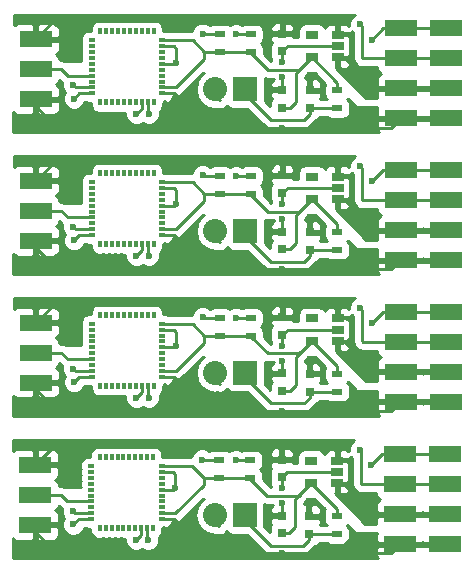
<source format=gtl>
G04 #@! TF.FileFunction,Copper,L1,Top,Signal*
%FSLAX46Y46*%
G04 Gerber Fmt 4.6, Leading zero omitted, Abs format (unit mm)*
G04 Created by KiCad (PCBNEW 4.0.2-stable) date 12.07.2016 15:23:50*
%MOMM*%
G01*
G04 APERTURE LIST*
%ADD10C,0.100000*%
%ADD11R,2.032000X2.032000*%
%ADD12O,2.032000X2.032000*%
%ADD13R,2.799080X1.397000*%
%ADD14R,2.799080X1.399540*%
%ADD15R,1.060000X0.650000*%
%ADD16R,0.300000X0.500000*%
%ADD17R,0.500000X0.300000*%
%ADD18R,0.900000X0.500000*%
%ADD19R,0.750000X0.800000*%
%ADD20C,0.600000*%
%ADD21C,0.250000*%
%ADD22C,0.254000*%
G04 APERTURE END LIST*
D10*
D11*
X144885000Y-114685000D03*
D12*
X142345000Y-114685000D03*
D13*
X161860000Y-117160000D03*
X158050000Y-117160000D03*
X161860000Y-114620000D03*
X158050000Y-114620000D03*
X161860000Y-112080000D03*
X158050000Y-109540000D03*
X161860000Y-109540000D03*
D14*
X158050000Y-112080000D03*
D15*
X152735000Y-111985000D03*
X152735000Y-111035000D03*
X152735000Y-110085000D03*
X150535000Y-110085000D03*
X150535000Y-111985000D03*
D13*
X127150000Y-110440000D03*
X127150000Y-112980000D03*
D14*
X127150000Y-115520000D03*
D16*
X137135000Y-109785000D03*
X136635000Y-109785000D03*
X136135000Y-109785000D03*
X135635000Y-109785000D03*
X135135000Y-109785000D03*
X134635000Y-109785000D03*
X134135000Y-109785000D03*
X133635000Y-109785000D03*
X133135000Y-109785000D03*
X132635000Y-109785000D03*
D17*
X131885000Y-110535000D03*
X131885000Y-111035000D03*
X131885000Y-111535000D03*
X131885000Y-112035000D03*
X131885000Y-112535000D03*
X131885000Y-113035000D03*
X131885000Y-113535000D03*
X131885000Y-114035000D03*
X131885000Y-114535000D03*
X131885000Y-115035000D03*
D16*
X132635000Y-115785000D03*
X133135000Y-115785000D03*
X133635000Y-115785000D03*
X134135000Y-115785000D03*
X134635000Y-115785000D03*
X135135000Y-115785000D03*
X135635000Y-115785000D03*
X136135000Y-115785000D03*
X136635000Y-115785000D03*
X137135000Y-115785000D03*
D17*
X137885000Y-115035000D03*
X137885000Y-114535000D03*
X137885000Y-114035000D03*
X137885000Y-113535000D03*
X137885000Y-113035000D03*
X137885000Y-112535000D03*
X137885000Y-112035000D03*
X137885000Y-111535000D03*
X137885000Y-111035000D03*
X137885000Y-110535000D03*
D18*
X152685000Y-114785000D03*
X152685000Y-116285000D03*
X145385000Y-111535000D03*
X145385000Y-110035000D03*
X142735000Y-111535000D03*
X142735000Y-110035000D03*
D19*
X148035000Y-109985000D03*
X148035000Y-111485000D03*
X148035000Y-116235000D03*
X148035000Y-114735000D03*
X150335000Y-116285000D03*
X150335000Y-114785000D03*
D11*
X144935000Y-102635000D03*
D12*
X142395000Y-102635000D03*
D13*
X161910000Y-105110000D03*
X158100000Y-105110000D03*
X161910000Y-102570000D03*
X158100000Y-102570000D03*
X161910000Y-100030000D03*
X158100000Y-97490000D03*
X161910000Y-97490000D03*
D14*
X158100000Y-100030000D03*
D15*
X152785000Y-99935000D03*
X152785000Y-98985000D03*
X152785000Y-98035000D03*
X150585000Y-98035000D03*
X150585000Y-99935000D03*
D13*
X127200000Y-98390000D03*
X127200000Y-100930000D03*
D14*
X127200000Y-103470000D03*
D16*
X137185000Y-97735000D03*
X136685000Y-97735000D03*
X136185000Y-97735000D03*
X135685000Y-97735000D03*
X135185000Y-97735000D03*
X134685000Y-97735000D03*
X134185000Y-97735000D03*
X133685000Y-97735000D03*
X133185000Y-97735000D03*
X132685000Y-97735000D03*
D17*
X131935000Y-98485000D03*
X131935000Y-98985000D03*
X131935000Y-99485000D03*
X131935000Y-99985000D03*
X131935000Y-100485000D03*
X131935000Y-100985000D03*
X131935000Y-101485000D03*
X131935000Y-101985000D03*
X131935000Y-102485000D03*
X131935000Y-102985000D03*
D16*
X132685000Y-103735000D03*
X133185000Y-103735000D03*
X133685000Y-103735000D03*
X134185000Y-103735000D03*
X134685000Y-103735000D03*
X135185000Y-103735000D03*
X135685000Y-103735000D03*
X136185000Y-103735000D03*
X136685000Y-103735000D03*
X137185000Y-103735000D03*
D17*
X137935000Y-102985000D03*
X137935000Y-102485000D03*
X137935000Y-101985000D03*
X137935000Y-101485000D03*
X137935000Y-100985000D03*
X137935000Y-100485000D03*
X137935000Y-99985000D03*
X137935000Y-99485000D03*
X137935000Y-98985000D03*
X137935000Y-98485000D03*
D18*
X152735000Y-102735000D03*
X152735000Y-104235000D03*
X145435000Y-99485000D03*
X145435000Y-97985000D03*
X142785000Y-99485000D03*
X142785000Y-97985000D03*
D19*
X148085000Y-97935000D03*
X148085000Y-99435000D03*
X148085000Y-104185000D03*
X148085000Y-102685000D03*
X150385000Y-104235000D03*
X150385000Y-102735000D03*
D11*
X144935000Y-90635000D03*
D12*
X142395000Y-90635000D03*
D13*
X161910000Y-93110000D03*
X158100000Y-93110000D03*
X161910000Y-90570000D03*
X158100000Y-90570000D03*
X161910000Y-88030000D03*
X158100000Y-85490000D03*
X161910000Y-85490000D03*
D14*
X158100000Y-88030000D03*
D15*
X152785000Y-87935000D03*
X152785000Y-86985000D03*
X152785000Y-86035000D03*
X150585000Y-86035000D03*
X150585000Y-87935000D03*
D13*
X127200000Y-86390000D03*
X127200000Y-88930000D03*
D14*
X127200000Y-91470000D03*
D16*
X137185000Y-85735000D03*
X136685000Y-85735000D03*
X136185000Y-85735000D03*
X135685000Y-85735000D03*
X135185000Y-85735000D03*
X134685000Y-85735000D03*
X134185000Y-85735000D03*
X133685000Y-85735000D03*
X133185000Y-85735000D03*
X132685000Y-85735000D03*
D17*
X131935000Y-86485000D03*
X131935000Y-86985000D03*
X131935000Y-87485000D03*
X131935000Y-87985000D03*
X131935000Y-88485000D03*
X131935000Y-88985000D03*
X131935000Y-89485000D03*
X131935000Y-89985000D03*
X131935000Y-90485000D03*
X131935000Y-90985000D03*
D16*
X132685000Y-91735000D03*
X133185000Y-91735000D03*
X133685000Y-91735000D03*
X134185000Y-91735000D03*
X134685000Y-91735000D03*
X135185000Y-91735000D03*
X135685000Y-91735000D03*
X136185000Y-91735000D03*
X136685000Y-91735000D03*
X137185000Y-91735000D03*
D17*
X137935000Y-90985000D03*
X137935000Y-90485000D03*
X137935000Y-89985000D03*
X137935000Y-89485000D03*
X137935000Y-88985000D03*
X137935000Y-88485000D03*
X137935000Y-87985000D03*
X137935000Y-87485000D03*
X137935000Y-86985000D03*
X137935000Y-86485000D03*
D18*
X152735000Y-90735000D03*
X152735000Y-92235000D03*
X145435000Y-87485000D03*
X145435000Y-85985000D03*
X142785000Y-87485000D03*
X142785000Y-85985000D03*
D19*
X148085000Y-85935000D03*
X148085000Y-87435000D03*
X148085000Y-92185000D03*
X148085000Y-90685000D03*
X150385000Y-92235000D03*
X150385000Y-90735000D03*
D11*
X144935000Y-78635000D03*
D12*
X142395000Y-78635000D03*
D13*
X161910000Y-81110000D03*
X158100000Y-81110000D03*
X161910000Y-78570000D03*
X158100000Y-78570000D03*
X161910000Y-76030000D03*
X158100000Y-73490000D03*
X161910000Y-73490000D03*
D14*
X158100000Y-76030000D03*
D15*
X152785000Y-75935000D03*
X152785000Y-74985000D03*
X152785000Y-74035000D03*
X150585000Y-74035000D03*
X150585000Y-75935000D03*
D13*
X127200000Y-74390000D03*
X127200000Y-76930000D03*
D14*
X127200000Y-79470000D03*
D16*
X137185000Y-73735000D03*
X136685000Y-73735000D03*
X136185000Y-73735000D03*
X135685000Y-73735000D03*
X135185000Y-73735000D03*
X134685000Y-73735000D03*
X134185000Y-73735000D03*
X133685000Y-73735000D03*
X133185000Y-73735000D03*
X132685000Y-73735000D03*
D17*
X131935000Y-74485000D03*
X131935000Y-74985000D03*
X131935000Y-75485000D03*
X131935000Y-75985000D03*
X131935000Y-76485000D03*
X131935000Y-76985000D03*
X131935000Y-77485000D03*
X131935000Y-77985000D03*
X131935000Y-78485000D03*
X131935000Y-78985000D03*
D16*
X132685000Y-79735000D03*
X133185000Y-79735000D03*
X133685000Y-79735000D03*
X134185000Y-79735000D03*
X134685000Y-79735000D03*
X135185000Y-79735000D03*
X135685000Y-79735000D03*
X136185000Y-79735000D03*
X136685000Y-79735000D03*
X137185000Y-79735000D03*
D17*
X137935000Y-78985000D03*
X137935000Y-78485000D03*
X137935000Y-77985000D03*
X137935000Y-77485000D03*
X137935000Y-76985000D03*
X137935000Y-76485000D03*
X137935000Y-75985000D03*
X137935000Y-75485000D03*
X137935000Y-74985000D03*
X137935000Y-74485000D03*
D18*
X152735000Y-78735000D03*
X152735000Y-80235000D03*
X145435000Y-75485000D03*
X145435000Y-73985000D03*
X142785000Y-75485000D03*
X142785000Y-73985000D03*
D19*
X148085000Y-73935000D03*
X148085000Y-75435000D03*
X148085000Y-80185000D03*
X148085000Y-78685000D03*
X150385000Y-80235000D03*
X150385000Y-78735000D03*
D20*
X139035000Y-112435000D03*
X139485000Y-115585000D03*
X148035000Y-113685000D03*
X150335000Y-113485000D03*
X148035000Y-112385000D03*
X148035000Y-117935000D03*
X139085000Y-100385000D03*
X139535000Y-103535000D03*
X148085000Y-101635000D03*
X150385000Y-101435000D03*
X148085000Y-100335000D03*
X148085000Y-105885000D03*
X139085000Y-88385000D03*
X139535000Y-91535000D03*
X148085000Y-89635000D03*
X150385000Y-89435000D03*
X148085000Y-88335000D03*
X148085000Y-93885000D03*
X139085000Y-76385000D03*
X139535000Y-79535000D03*
X148085000Y-77635000D03*
X150385000Y-77435000D03*
X148085000Y-76335000D03*
X148085000Y-81885000D03*
X130335000Y-114335000D03*
X130385000Y-102285000D03*
X130385000Y-90285000D03*
X130385000Y-78285000D03*
X135685000Y-116785000D03*
X154635000Y-109185000D03*
X141285000Y-109985000D03*
X135735000Y-104735000D03*
X154685000Y-97135000D03*
X141335000Y-97935000D03*
X135735000Y-92735000D03*
X154685000Y-85135000D03*
X141335000Y-85935000D03*
X135735000Y-80735000D03*
X154685000Y-73135000D03*
X141335000Y-73935000D03*
X136735000Y-116785000D03*
X155585000Y-110485000D03*
X144135000Y-110035000D03*
X136785000Y-104735000D03*
X155635000Y-98435000D03*
X144185000Y-97985000D03*
X136785000Y-92735000D03*
X155635000Y-86435000D03*
X144185000Y-85985000D03*
X136785000Y-80735000D03*
X155635000Y-74435000D03*
X144185000Y-73985000D03*
X130385000Y-115485000D03*
X130435000Y-103435000D03*
X130435000Y-91435000D03*
X130435000Y-79435000D03*
D21*
X137885000Y-112535000D02*
X138935000Y-112535000D01*
X138935000Y-112535000D02*
X139035000Y-112435000D01*
X139485000Y-115585000D02*
X139485000Y-115635000D01*
X137885000Y-111035000D02*
X138835000Y-111035000D01*
X139035000Y-112435000D02*
X138935000Y-112535000D01*
X139035000Y-111235000D02*
X139035000Y-112435000D01*
X138835000Y-111035000D02*
X139035000Y-111235000D01*
X148035000Y-114735000D02*
X148035000Y-113685000D01*
X150335000Y-114785000D02*
X150335000Y-113485000D01*
X137885000Y-115035000D02*
X138885000Y-115035000D01*
X139485000Y-115635000D02*
X139485000Y-117935000D01*
X138885000Y-115035000D02*
X139485000Y-115635000D01*
X148035000Y-112385000D02*
X148035000Y-111485000D01*
X152735000Y-111035000D02*
X148485000Y-111035000D01*
X148485000Y-111035000D02*
X148035000Y-111485000D01*
X127150000Y-115520000D02*
X127150000Y-116100000D01*
X127150000Y-116100000D02*
X128985000Y-117935000D01*
X128985000Y-117935000D02*
X139485000Y-117935000D01*
X139485000Y-117935000D02*
X148035000Y-117935000D01*
X148035000Y-117935000D02*
X157275000Y-117935000D01*
X157275000Y-117935000D02*
X158050000Y-117160000D01*
X161860000Y-117160000D02*
X158050000Y-117160000D01*
X137935000Y-100485000D02*
X138985000Y-100485000D01*
X138985000Y-100485000D02*
X139085000Y-100385000D01*
X139535000Y-103535000D02*
X139535000Y-103585000D01*
X137935000Y-98985000D02*
X138885000Y-98985000D01*
X139085000Y-100385000D02*
X138985000Y-100485000D01*
X139085000Y-99185000D02*
X139085000Y-100385000D01*
X138885000Y-98985000D02*
X139085000Y-99185000D01*
X148085000Y-102685000D02*
X148085000Y-101635000D01*
X150385000Y-102735000D02*
X150385000Y-101435000D01*
X137935000Y-102985000D02*
X138935000Y-102985000D01*
X139535000Y-103585000D02*
X139535000Y-105885000D01*
X138935000Y-102985000D02*
X139535000Y-103585000D01*
X148085000Y-100335000D02*
X148085000Y-99435000D01*
X152785000Y-98985000D02*
X148535000Y-98985000D01*
X148535000Y-98985000D02*
X148085000Y-99435000D01*
X127200000Y-103470000D02*
X127200000Y-104050000D01*
X127200000Y-104050000D02*
X129035000Y-105885000D01*
X129035000Y-105885000D02*
X139535000Y-105885000D01*
X139535000Y-105885000D02*
X148085000Y-105885000D01*
X148085000Y-105885000D02*
X157325000Y-105885000D01*
X157325000Y-105885000D02*
X158100000Y-105110000D01*
X161910000Y-105110000D02*
X158100000Y-105110000D01*
X137935000Y-88485000D02*
X138985000Y-88485000D01*
X138985000Y-88485000D02*
X139085000Y-88385000D01*
X139535000Y-91535000D02*
X139535000Y-91585000D01*
X137935000Y-86985000D02*
X138885000Y-86985000D01*
X139085000Y-88385000D02*
X138985000Y-88485000D01*
X139085000Y-87185000D02*
X139085000Y-88385000D01*
X138885000Y-86985000D02*
X139085000Y-87185000D01*
X148085000Y-90685000D02*
X148085000Y-89635000D01*
X150385000Y-90735000D02*
X150385000Y-89435000D01*
X137935000Y-90985000D02*
X138935000Y-90985000D01*
X139535000Y-91585000D02*
X139535000Y-93885000D01*
X138935000Y-90985000D02*
X139535000Y-91585000D01*
X148085000Y-88335000D02*
X148085000Y-87435000D01*
X152785000Y-86985000D02*
X148535000Y-86985000D01*
X148535000Y-86985000D02*
X148085000Y-87435000D01*
X127200000Y-91470000D02*
X127200000Y-92050000D01*
X127200000Y-92050000D02*
X129035000Y-93885000D01*
X129035000Y-93885000D02*
X139535000Y-93885000D01*
X139535000Y-93885000D02*
X148085000Y-93885000D01*
X148085000Y-93885000D02*
X157325000Y-93885000D01*
X157325000Y-93885000D02*
X158100000Y-93110000D01*
X161910000Y-93110000D02*
X158100000Y-93110000D01*
X137935000Y-76485000D02*
X138985000Y-76485000D01*
X138985000Y-76485000D02*
X139085000Y-76385000D01*
X139535000Y-79535000D02*
X139535000Y-79585000D01*
X137935000Y-74985000D02*
X138885000Y-74985000D01*
X139085000Y-76385000D02*
X138985000Y-76485000D01*
X139085000Y-75185000D02*
X139085000Y-76385000D01*
X138885000Y-74985000D02*
X139085000Y-75185000D01*
X148085000Y-78685000D02*
X148085000Y-77635000D01*
X150385000Y-78735000D02*
X150385000Y-77435000D01*
X137935000Y-78985000D02*
X138935000Y-78985000D01*
X139535000Y-79585000D02*
X139535000Y-81885000D01*
X138935000Y-78985000D02*
X139535000Y-79585000D01*
X148085000Y-76335000D02*
X148085000Y-75435000D01*
X152785000Y-74985000D02*
X148535000Y-74985000D01*
X148535000Y-74985000D02*
X148085000Y-75435000D01*
X127200000Y-79470000D02*
X127200000Y-80050000D01*
X127200000Y-80050000D02*
X129035000Y-81885000D01*
X129035000Y-81885000D02*
X139535000Y-81885000D01*
X139535000Y-81885000D02*
X148085000Y-81885000D01*
X148085000Y-81885000D02*
X157325000Y-81885000D01*
X157325000Y-81885000D02*
X158100000Y-81110000D01*
X161910000Y-81110000D02*
X158100000Y-81110000D01*
X152735000Y-110085000D02*
X153635000Y-110085000D01*
X153735000Y-110185000D02*
X153735000Y-112485000D01*
X153635000Y-110085000D02*
X153735000Y-110185000D01*
X152735000Y-111985000D02*
X153235000Y-111985000D01*
X153235000Y-111985000D02*
X153735000Y-112485000D01*
X153735000Y-112485000D02*
X155870000Y-114620000D01*
X155870000Y-114620000D02*
X158050000Y-114620000D01*
X148035000Y-109985000D02*
X148035000Y-109035000D01*
X152735000Y-110085000D02*
X152735000Y-109035000D01*
X128655000Y-108935000D02*
X127150000Y-110440000D01*
X147935000Y-108935000D02*
X128655000Y-108935000D01*
X148035000Y-109035000D02*
X147935000Y-108935000D01*
X152735000Y-109035000D02*
X148035000Y-109035000D01*
X161860000Y-114620000D02*
X158050000Y-114620000D01*
X127150000Y-110440000D02*
X128130000Y-110440000D01*
X152785000Y-98035000D02*
X153685000Y-98035000D01*
X153785000Y-98135000D02*
X153785000Y-100435000D01*
X153685000Y-98035000D02*
X153785000Y-98135000D01*
X152785000Y-99935000D02*
X153285000Y-99935000D01*
X153285000Y-99935000D02*
X153785000Y-100435000D01*
X153785000Y-100435000D02*
X155920000Y-102570000D01*
X155920000Y-102570000D02*
X158100000Y-102570000D01*
X148085000Y-97935000D02*
X148085000Y-96985000D01*
X152785000Y-98035000D02*
X152785000Y-96985000D01*
X128705000Y-96885000D02*
X127200000Y-98390000D01*
X147985000Y-96885000D02*
X128705000Y-96885000D01*
X148085000Y-96985000D02*
X147985000Y-96885000D01*
X152785000Y-96985000D02*
X148085000Y-96985000D01*
X161910000Y-102570000D02*
X158100000Y-102570000D01*
X127200000Y-98390000D02*
X128180000Y-98390000D01*
X152785000Y-86035000D02*
X153685000Y-86035000D01*
X153785000Y-86135000D02*
X153785000Y-88435000D01*
X153685000Y-86035000D02*
X153785000Y-86135000D01*
X152785000Y-87935000D02*
X153285000Y-87935000D01*
X153285000Y-87935000D02*
X153785000Y-88435000D01*
X153785000Y-88435000D02*
X155920000Y-90570000D01*
X155920000Y-90570000D02*
X158100000Y-90570000D01*
X148085000Y-85935000D02*
X148085000Y-84985000D01*
X152785000Y-86035000D02*
X152785000Y-84985000D01*
X128705000Y-84885000D02*
X127200000Y-86390000D01*
X147985000Y-84885000D02*
X128705000Y-84885000D01*
X148085000Y-84985000D02*
X147985000Y-84885000D01*
X152785000Y-84985000D02*
X148085000Y-84985000D01*
X161910000Y-90570000D02*
X158100000Y-90570000D01*
X127200000Y-86390000D02*
X128180000Y-86390000D01*
X152785000Y-74035000D02*
X153685000Y-74035000D01*
X153785000Y-74135000D02*
X153785000Y-76435000D01*
X153685000Y-74035000D02*
X153785000Y-74135000D01*
X152785000Y-75935000D02*
X153285000Y-75935000D01*
X153285000Y-75935000D02*
X153785000Y-76435000D01*
X153785000Y-76435000D02*
X155920000Y-78570000D01*
X155920000Y-78570000D02*
X158100000Y-78570000D01*
X148085000Y-73935000D02*
X148085000Y-72985000D01*
X152785000Y-74035000D02*
X152785000Y-72985000D01*
X128705000Y-72885000D02*
X127200000Y-74390000D01*
X147985000Y-72885000D02*
X128705000Y-72885000D01*
X148085000Y-72985000D02*
X147985000Y-72885000D01*
X152785000Y-72985000D02*
X148085000Y-72985000D01*
X161910000Y-78570000D02*
X158100000Y-78570000D01*
X127200000Y-74390000D02*
X128180000Y-74390000D01*
X145385000Y-111535000D02*
X145385000Y-111635000D01*
X145385000Y-111635000D02*
X146785000Y-113035000D01*
X149485000Y-113035000D02*
X150535000Y-111985000D01*
X146785000Y-113035000D02*
X149485000Y-113035000D01*
X145385000Y-111535000D02*
X145485000Y-111535000D01*
X137885000Y-114535000D02*
X139035000Y-114535000D01*
X141435000Y-112135000D02*
X141435000Y-111535000D01*
X139035000Y-114535000D02*
X141435000Y-112135000D01*
X145385000Y-111535000D02*
X142735000Y-111535000D01*
X142735000Y-111535000D02*
X141435000Y-111535000D01*
X140435000Y-110535000D02*
X137885000Y-110535000D01*
X141435000Y-111535000D02*
X140435000Y-110535000D01*
X148035000Y-116235000D02*
X148685000Y-116235000D01*
X149185000Y-113335000D02*
X150535000Y-111985000D01*
X149185000Y-115735000D02*
X149185000Y-113335000D01*
X148685000Y-116235000D02*
X149185000Y-115735000D01*
X152685000Y-114785000D02*
X152685000Y-114135000D01*
X152685000Y-114135000D02*
X150535000Y-111985000D01*
X145435000Y-99485000D02*
X145435000Y-99585000D01*
X145435000Y-99585000D02*
X146835000Y-100985000D01*
X149535000Y-100985000D02*
X150585000Y-99935000D01*
X146835000Y-100985000D02*
X149535000Y-100985000D01*
X145435000Y-99485000D02*
X145535000Y-99485000D01*
X137935000Y-102485000D02*
X139085000Y-102485000D01*
X141485000Y-100085000D02*
X141485000Y-99485000D01*
X139085000Y-102485000D02*
X141485000Y-100085000D01*
X145435000Y-99485000D02*
X142785000Y-99485000D01*
X142785000Y-99485000D02*
X141485000Y-99485000D01*
X140485000Y-98485000D02*
X137935000Y-98485000D01*
X141485000Y-99485000D02*
X140485000Y-98485000D01*
X148085000Y-104185000D02*
X148735000Y-104185000D01*
X149235000Y-101285000D02*
X150585000Y-99935000D01*
X149235000Y-103685000D02*
X149235000Y-101285000D01*
X148735000Y-104185000D02*
X149235000Y-103685000D01*
X152735000Y-102735000D02*
X152735000Y-102085000D01*
X152735000Y-102085000D02*
X150585000Y-99935000D01*
X145435000Y-87485000D02*
X145435000Y-87585000D01*
X145435000Y-87585000D02*
X146835000Y-88985000D01*
X149535000Y-88985000D02*
X150585000Y-87935000D01*
X146835000Y-88985000D02*
X149535000Y-88985000D01*
X145435000Y-87485000D02*
X145535000Y-87485000D01*
X137935000Y-90485000D02*
X139085000Y-90485000D01*
X141485000Y-88085000D02*
X141485000Y-87485000D01*
X139085000Y-90485000D02*
X141485000Y-88085000D01*
X145435000Y-87485000D02*
X142785000Y-87485000D01*
X142785000Y-87485000D02*
X141485000Y-87485000D01*
X140485000Y-86485000D02*
X137935000Y-86485000D01*
X141485000Y-87485000D02*
X140485000Y-86485000D01*
X148085000Y-92185000D02*
X148735000Y-92185000D01*
X149235000Y-89285000D02*
X150585000Y-87935000D01*
X149235000Y-91685000D02*
X149235000Y-89285000D01*
X148735000Y-92185000D02*
X149235000Y-91685000D01*
X152735000Y-90735000D02*
X152735000Y-90085000D01*
X152735000Y-90085000D02*
X150585000Y-87935000D01*
X145435000Y-75485000D02*
X145435000Y-75585000D01*
X145435000Y-75585000D02*
X146835000Y-76985000D01*
X149535000Y-76985000D02*
X150585000Y-75935000D01*
X146835000Y-76985000D02*
X149535000Y-76985000D01*
X145435000Y-75485000D02*
X145535000Y-75485000D01*
X137935000Y-78485000D02*
X139085000Y-78485000D01*
X141485000Y-76085000D02*
X141485000Y-75485000D01*
X139085000Y-78485000D02*
X141485000Y-76085000D01*
X145435000Y-75485000D02*
X142785000Y-75485000D01*
X142785000Y-75485000D02*
X141485000Y-75485000D01*
X140485000Y-74485000D02*
X137935000Y-74485000D01*
X141485000Y-75485000D02*
X140485000Y-74485000D01*
X148085000Y-80185000D02*
X148735000Y-80185000D01*
X149235000Y-77285000D02*
X150585000Y-75935000D01*
X149235000Y-79685000D02*
X149235000Y-77285000D01*
X148735000Y-80185000D02*
X149235000Y-79685000D01*
X152735000Y-78735000D02*
X152735000Y-78085000D01*
X152735000Y-78085000D02*
X150585000Y-75935000D01*
X130335000Y-114335000D02*
X130535000Y-114535000D01*
X130535000Y-114535000D02*
X131885000Y-114535000D01*
X142735000Y-115635000D02*
X142335000Y-115235000D01*
X130385000Y-102285000D02*
X130585000Y-102485000D01*
X130585000Y-102485000D02*
X131935000Y-102485000D01*
X142785000Y-103585000D02*
X142385000Y-103185000D01*
X130385000Y-90285000D02*
X130585000Y-90485000D01*
X130585000Y-90485000D02*
X131935000Y-90485000D01*
X142785000Y-91585000D02*
X142385000Y-91185000D01*
X130385000Y-78285000D02*
X130585000Y-78485000D01*
X130585000Y-78485000D02*
X131935000Y-78485000D01*
X142785000Y-79585000D02*
X142385000Y-79185000D01*
X136135000Y-115785000D02*
X136135000Y-116335000D01*
X136135000Y-116335000D02*
X135685000Y-116785000D01*
X158050000Y-112080000D02*
X154830000Y-112080000D01*
X154785000Y-109335000D02*
X154635000Y-109185000D01*
X154785000Y-112035000D02*
X154785000Y-109335000D01*
X154830000Y-112080000D02*
X154785000Y-112035000D01*
X141335000Y-110035000D02*
X142735000Y-110035000D01*
X141285000Y-109985000D02*
X141335000Y-110035000D01*
X161860000Y-112080000D02*
X158050000Y-112080000D01*
X136185000Y-103735000D02*
X136185000Y-104285000D01*
X136185000Y-104285000D02*
X135735000Y-104735000D01*
X158100000Y-100030000D02*
X154880000Y-100030000D01*
X154835000Y-97285000D02*
X154685000Y-97135000D01*
X154835000Y-99985000D02*
X154835000Y-97285000D01*
X154880000Y-100030000D02*
X154835000Y-99985000D01*
X141385000Y-97985000D02*
X142785000Y-97985000D01*
X141335000Y-97935000D02*
X141385000Y-97985000D01*
X161910000Y-100030000D02*
X158100000Y-100030000D01*
X136185000Y-91735000D02*
X136185000Y-92285000D01*
X136185000Y-92285000D02*
X135735000Y-92735000D01*
X158100000Y-88030000D02*
X154880000Y-88030000D01*
X154835000Y-85285000D02*
X154685000Y-85135000D01*
X154835000Y-87985000D02*
X154835000Y-85285000D01*
X154880000Y-88030000D02*
X154835000Y-87985000D01*
X141385000Y-85985000D02*
X142785000Y-85985000D01*
X141335000Y-85935000D02*
X141385000Y-85985000D01*
X161910000Y-88030000D02*
X158100000Y-88030000D01*
X136185000Y-79735000D02*
X136185000Y-80285000D01*
X136185000Y-80285000D02*
X135735000Y-80735000D01*
X158100000Y-76030000D02*
X154880000Y-76030000D01*
X154835000Y-73285000D02*
X154685000Y-73135000D01*
X154835000Y-75985000D02*
X154835000Y-73285000D01*
X154880000Y-76030000D02*
X154835000Y-75985000D01*
X141385000Y-73985000D02*
X142785000Y-73985000D01*
X141335000Y-73935000D02*
X141385000Y-73985000D01*
X161910000Y-76030000D02*
X158100000Y-76030000D01*
X136635000Y-115785000D02*
X136635000Y-116685000D01*
X136635000Y-116685000D02*
X136735000Y-116785000D01*
X158050000Y-109540000D02*
X156530000Y-109540000D01*
X156530000Y-109540000D02*
X155585000Y-110485000D01*
X144135000Y-110035000D02*
X145385000Y-110035000D01*
X161860000Y-109540000D02*
X158050000Y-109540000D01*
X136685000Y-103735000D02*
X136685000Y-104635000D01*
X136685000Y-104635000D02*
X136785000Y-104735000D01*
X158100000Y-97490000D02*
X156580000Y-97490000D01*
X156580000Y-97490000D02*
X155635000Y-98435000D01*
X144185000Y-97985000D02*
X145435000Y-97985000D01*
X161910000Y-97490000D02*
X158100000Y-97490000D01*
X136685000Y-91735000D02*
X136685000Y-92635000D01*
X136685000Y-92635000D02*
X136785000Y-92735000D01*
X158100000Y-85490000D02*
X156580000Y-85490000D01*
X156580000Y-85490000D02*
X155635000Y-86435000D01*
X144185000Y-85985000D02*
X145435000Y-85985000D01*
X161910000Y-85490000D02*
X158100000Y-85490000D01*
X136685000Y-79735000D02*
X136685000Y-80635000D01*
X136685000Y-80635000D02*
X136785000Y-80735000D01*
X158100000Y-73490000D02*
X156580000Y-73490000D01*
X156580000Y-73490000D02*
X155635000Y-74435000D01*
X144185000Y-73985000D02*
X145435000Y-73985000D01*
X161910000Y-73490000D02*
X158100000Y-73490000D01*
X131885000Y-113535000D02*
X129885000Y-113535000D01*
X129330000Y-112980000D02*
X127150000Y-112980000D01*
X129885000Y-113535000D02*
X129330000Y-112980000D01*
X131935000Y-101485000D02*
X129935000Y-101485000D01*
X129380000Y-100930000D02*
X127200000Y-100930000D01*
X129935000Y-101485000D02*
X129380000Y-100930000D01*
X131935000Y-89485000D02*
X129935000Y-89485000D01*
X129380000Y-88930000D02*
X127200000Y-88930000D01*
X129935000Y-89485000D02*
X129380000Y-88930000D01*
X131935000Y-77485000D02*
X129935000Y-77485000D01*
X129380000Y-76930000D02*
X127200000Y-76930000D01*
X129935000Y-77485000D02*
X129380000Y-76930000D01*
X130835000Y-115035000D02*
X131885000Y-115035000D01*
X130385000Y-115485000D02*
X130835000Y-115035000D01*
X152685000Y-116285000D02*
X150335000Y-116285000D01*
X150335000Y-116285000D02*
X150335000Y-116785000D01*
X147085000Y-117285000D02*
X144885000Y-115085000D01*
X149835000Y-117285000D02*
X147085000Y-117285000D01*
X150335000Y-116785000D02*
X149835000Y-117285000D01*
X144885000Y-115085000D02*
X144885000Y-114685000D01*
X130885000Y-102985000D02*
X131935000Y-102985000D01*
X130435000Y-103435000D02*
X130885000Y-102985000D01*
X152735000Y-104235000D02*
X150385000Y-104235000D01*
X150385000Y-104235000D02*
X150385000Y-104735000D01*
X147135000Y-105235000D02*
X144935000Y-103035000D01*
X149885000Y-105235000D02*
X147135000Y-105235000D01*
X150385000Y-104735000D02*
X149885000Y-105235000D01*
X144935000Y-103035000D02*
X144935000Y-102635000D01*
X130885000Y-90985000D02*
X131935000Y-90985000D01*
X130435000Y-91435000D02*
X130885000Y-90985000D01*
X152735000Y-92235000D02*
X150385000Y-92235000D01*
X150385000Y-92235000D02*
X150385000Y-92735000D01*
X147135000Y-93235000D02*
X144935000Y-91035000D01*
X149885000Y-93235000D02*
X147135000Y-93235000D01*
X150385000Y-92735000D02*
X149885000Y-93235000D01*
X144935000Y-91035000D02*
X144935000Y-90635000D01*
X130885000Y-78985000D02*
X131935000Y-78985000D01*
X130435000Y-79435000D02*
X130885000Y-78985000D01*
X152735000Y-80235000D02*
X150385000Y-80235000D01*
X150385000Y-80235000D02*
X150385000Y-80735000D01*
X147135000Y-81235000D02*
X144935000Y-79035000D01*
X149885000Y-81235000D02*
X147135000Y-81235000D01*
X150385000Y-80735000D02*
X149885000Y-81235000D01*
X144935000Y-79035000D02*
X144935000Y-78635000D01*
D22*
G36*
X141177567Y-113485222D02*
X140819675Y-114020845D01*
X140694000Y-114652655D01*
X140694000Y-114717345D01*
X140819675Y-115349155D01*
X141177567Y-115884778D01*
X141713190Y-116242670D01*
X142345000Y-116368345D01*
X142472999Y-116342884D01*
X142735000Y-116394999D01*
X143025839Y-116337148D01*
X143272401Y-116172401D01*
X143346446Y-116061585D01*
X143404910Y-116152441D01*
X143617110Y-116297431D01*
X143869000Y-116348440D01*
X145073638Y-116348440D01*
X146547599Y-117822401D01*
X146794161Y-117987148D01*
X147085000Y-118045000D01*
X149835000Y-118045000D01*
X150125839Y-117987148D01*
X150372401Y-117822401D01*
X150872401Y-117322401D01*
X150888083Y-117298931D01*
X150945317Y-117288162D01*
X151161441Y-117149090D01*
X151232563Y-117045000D01*
X151856614Y-117045000D01*
X151983110Y-117131431D01*
X152235000Y-117182440D01*
X153135000Y-117182440D01*
X153370317Y-117138162D01*
X153586441Y-116999090D01*
X153731431Y-116786890D01*
X153782440Y-116535000D01*
X153782440Y-116035000D01*
X153738162Y-115799683D01*
X153599090Y-115583559D01*
X153529289Y-115535866D01*
X153576123Y-115505729D01*
X154245197Y-116174803D01*
X154287211Y-116202666D01*
X154335000Y-116212000D01*
X156066487Y-116212000D01*
X156015460Y-116335191D01*
X156015460Y-116874250D01*
X156174210Y-117033000D01*
X157923000Y-117033000D01*
X157923000Y-117013000D01*
X158177000Y-117013000D01*
X158177000Y-117033000D01*
X159925790Y-117033000D01*
X159955000Y-117003790D01*
X159984210Y-117033000D01*
X161733000Y-117033000D01*
X161733000Y-117013000D01*
X161987000Y-117013000D01*
X161987000Y-117033000D01*
X162007000Y-117033000D01*
X162007000Y-117287000D01*
X161987000Y-117287000D01*
X161987000Y-117307000D01*
X161733000Y-117307000D01*
X161733000Y-117287000D01*
X159984210Y-117287000D01*
X159955000Y-117316210D01*
X159925790Y-117287000D01*
X158177000Y-117287000D01*
X158177000Y-117307000D01*
X157923000Y-117307000D01*
X157923000Y-117287000D01*
X156174210Y-117287000D01*
X156015460Y-117445750D01*
X156015460Y-117984809D01*
X156112133Y-118218198D01*
X156201934Y-118308000D01*
X125262000Y-118308000D01*
X125262000Y-116629335D01*
X125390761Y-116758097D01*
X125624150Y-116854770D01*
X126864250Y-116854770D01*
X127023000Y-116696020D01*
X127023000Y-115647000D01*
X127277000Y-115647000D01*
X127277000Y-116696020D01*
X127435750Y-116854770D01*
X128675850Y-116854770D01*
X128909239Y-116758097D01*
X129087867Y-116579468D01*
X129184540Y-116346079D01*
X129184540Y-115805750D01*
X129025790Y-115647000D01*
X127277000Y-115647000D01*
X127023000Y-115647000D01*
X127003000Y-115647000D01*
X127003000Y-115393000D01*
X127023000Y-115393000D01*
X127023000Y-115373000D01*
X127277000Y-115373000D01*
X127277000Y-115393000D01*
X129025790Y-115393000D01*
X129184540Y-115234250D01*
X129184540Y-114693921D01*
X129087867Y-114460532D01*
X128909239Y-114281903D01*
X128833340Y-114250464D01*
X129000981Y-114142590D01*
X129145971Y-113930390D01*
X129156011Y-113880813D01*
X129347599Y-114072401D01*
X129413385Y-114116357D01*
X129400162Y-114148201D01*
X129399838Y-114520167D01*
X129541883Y-114863943D01*
X129612666Y-114934850D01*
X129592808Y-114954673D01*
X129450162Y-115298201D01*
X129449838Y-115670167D01*
X129591883Y-116013943D01*
X129854673Y-116277192D01*
X130198201Y-116419838D01*
X130570167Y-116420162D01*
X130913943Y-116278117D01*
X131177192Y-116015327D01*
X131268680Y-115795000D01*
X131450116Y-115795000D01*
X131635000Y-115832440D01*
X131837560Y-115832440D01*
X131837560Y-116035000D01*
X131881838Y-116270317D01*
X132020910Y-116486441D01*
X132233110Y-116631431D01*
X132485000Y-116682440D01*
X132785000Y-116682440D01*
X132888671Y-116662933D01*
X132985000Y-116682440D01*
X133285000Y-116682440D01*
X133388671Y-116662933D01*
X133485000Y-116682440D01*
X133785000Y-116682440D01*
X133888671Y-116662933D01*
X133985000Y-116682440D01*
X134285000Y-116682440D01*
X134388671Y-116662933D01*
X134485000Y-116682440D01*
X134750089Y-116682440D01*
X134749838Y-116970167D01*
X134891883Y-117313943D01*
X135154673Y-117577192D01*
X135498201Y-117719838D01*
X135870167Y-117720162D01*
X136210413Y-117579576D01*
X136548201Y-117719838D01*
X136920167Y-117720162D01*
X137263943Y-117578117D01*
X137527192Y-117315327D01*
X137669838Y-116971799D01*
X137670162Y-116599833D01*
X137651200Y-116553941D01*
X137736441Y-116499090D01*
X137881431Y-116286890D01*
X137932440Y-116035000D01*
X137932440Y-115820000D01*
X138012002Y-115820000D01*
X138012002Y-115663252D01*
X138168750Y-115820000D01*
X138261309Y-115820000D01*
X138494698Y-115723327D01*
X138673327Y-115544699D01*
X138770000Y-115311310D01*
X138770000Y-115295000D01*
X139035000Y-115295000D01*
X139325839Y-115237148D01*
X139572401Y-115072401D01*
X141332802Y-113312000D01*
X141436812Y-113312000D01*
X141177567Y-113485222D01*
X141177567Y-113485222D01*
G37*
X141177567Y-113485222D02*
X140819675Y-114020845D01*
X140694000Y-114652655D01*
X140694000Y-114717345D01*
X140819675Y-115349155D01*
X141177567Y-115884778D01*
X141713190Y-116242670D01*
X142345000Y-116368345D01*
X142472999Y-116342884D01*
X142735000Y-116394999D01*
X143025839Y-116337148D01*
X143272401Y-116172401D01*
X143346446Y-116061585D01*
X143404910Y-116152441D01*
X143617110Y-116297431D01*
X143869000Y-116348440D01*
X145073638Y-116348440D01*
X146547599Y-117822401D01*
X146794161Y-117987148D01*
X147085000Y-118045000D01*
X149835000Y-118045000D01*
X150125839Y-117987148D01*
X150372401Y-117822401D01*
X150872401Y-117322401D01*
X150888083Y-117298931D01*
X150945317Y-117288162D01*
X151161441Y-117149090D01*
X151232563Y-117045000D01*
X151856614Y-117045000D01*
X151983110Y-117131431D01*
X152235000Y-117182440D01*
X153135000Y-117182440D01*
X153370317Y-117138162D01*
X153586441Y-116999090D01*
X153731431Y-116786890D01*
X153782440Y-116535000D01*
X153782440Y-116035000D01*
X153738162Y-115799683D01*
X153599090Y-115583559D01*
X153529289Y-115535866D01*
X153576123Y-115505729D01*
X154245197Y-116174803D01*
X154287211Y-116202666D01*
X154335000Y-116212000D01*
X156066487Y-116212000D01*
X156015460Y-116335191D01*
X156015460Y-116874250D01*
X156174210Y-117033000D01*
X157923000Y-117033000D01*
X157923000Y-117013000D01*
X158177000Y-117013000D01*
X158177000Y-117033000D01*
X159925790Y-117033000D01*
X159955000Y-117003790D01*
X159984210Y-117033000D01*
X161733000Y-117033000D01*
X161733000Y-117013000D01*
X161987000Y-117013000D01*
X161987000Y-117033000D01*
X162007000Y-117033000D01*
X162007000Y-117287000D01*
X161987000Y-117287000D01*
X161987000Y-117307000D01*
X161733000Y-117307000D01*
X161733000Y-117287000D01*
X159984210Y-117287000D01*
X159955000Y-117316210D01*
X159925790Y-117287000D01*
X158177000Y-117287000D01*
X158177000Y-117307000D01*
X157923000Y-117307000D01*
X157923000Y-117287000D01*
X156174210Y-117287000D01*
X156015460Y-117445750D01*
X156015460Y-117984809D01*
X156112133Y-118218198D01*
X156201934Y-118308000D01*
X125262000Y-118308000D01*
X125262000Y-116629335D01*
X125390761Y-116758097D01*
X125624150Y-116854770D01*
X126864250Y-116854770D01*
X127023000Y-116696020D01*
X127023000Y-115647000D01*
X127277000Y-115647000D01*
X127277000Y-116696020D01*
X127435750Y-116854770D01*
X128675850Y-116854770D01*
X128909239Y-116758097D01*
X129087867Y-116579468D01*
X129184540Y-116346079D01*
X129184540Y-115805750D01*
X129025790Y-115647000D01*
X127277000Y-115647000D01*
X127023000Y-115647000D01*
X127003000Y-115647000D01*
X127003000Y-115393000D01*
X127023000Y-115393000D01*
X127023000Y-115373000D01*
X127277000Y-115373000D01*
X127277000Y-115393000D01*
X129025790Y-115393000D01*
X129184540Y-115234250D01*
X129184540Y-114693921D01*
X129087867Y-114460532D01*
X128909239Y-114281903D01*
X128833340Y-114250464D01*
X129000981Y-114142590D01*
X129145971Y-113930390D01*
X129156011Y-113880813D01*
X129347599Y-114072401D01*
X129413385Y-114116357D01*
X129400162Y-114148201D01*
X129399838Y-114520167D01*
X129541883Y-114863943D01*
X129612666Y-114934850D01*
X129592808Y-114954673D01*
X129450162Y-115298201D01*
X129449838Y-115670167D01*
X129591883Y-116013943D01*
X129854673Y-116277192D01*
X130198201Y-116419838D01*
X130570167Y-116420162D01*
X130913943Y-116278117D01*
X131177192Y-116015327D01*
X131268680Y-115795000D01*
X131450116Y-115795000D01*
X131635000Y-115832440D01*
X131837560Y-115832440D01*
X131837560Y-116035000D01*
X131881838Y-116270317D01*
X132020910Y-116486441D01*
X132233110Y-116631431D01*
X132485000Y-116682440D01*
X132785000Y-116682440D01*
X132888671Y-116662933D01*
X132985000Y-116682440D01*
X133285000Y-116682440D01*
X133388671Y-116662933D01*
X133485000Y-116682440D01*
X133785000Y-116682440D01*
X133888671Y-116662933D01*
X133985000Y-116682440D01*
X134285000Y-116682440D01*
X134388671Y-116662933D01*
X134485000Y-116682440D01*
X134750089Y-116682440D01*
X134749838Y-116970167D01*
X134891883Y-117313943D01*
X135154673Y-117577192D01*
X135498201Y-117719838D01*
X135870167Y-117720162D01*
X136210413Y-117579576D01*
X136548201Y-117719838D01*
X136920167Y-117720162D01*
X137263943Y-117578117D01*
X137527192Y-117315327D01*
X137669838Y-116971799D01*
X137670162Y-116599833D01*
X137651200Y-116553941D01*
X137736441Y-116499090D01*
X137881431Y-116286890D01*
X137932440Y-116035000D01*
X137932440Y-115820000D01*
X138012002Y-115820000D01*
X138012002Y-115663252D01*
X138168750Y-115820000D01*
X138261309Y-115820000D01*
X138494698Y-115723327D01*
X138673327Y-115544699D01*
X138770000Y-115311310D01*
X138770000Y-115295000D01*
X139035000Y-115295000D01*
X139325839Y-115237148D01*
X139572401Y-115072401D01*
X141332802Y-113312000D01*
X141436812Y-113312000D01*
X141177567Y-113485222D01*
G36*
X146785000Y-113795000D02*
X147304340Y-113795000D01*
X147300301Y-113796673D01*
X147121673Y-113975302D01*
X147025000Y-114208691D01*
X147025000Y-114449250D01*
X147183750Y-114608000D01*
X147908000Y-114608000D01*
X147908000Y-114588000D01*
X148162000Y-114588000D01*
X148162000Y-114608000D01*
X148182000Y-114608000D01*
X148182000Y-114862000D01*
X148162000Y-114862000D01*
X148162000Y-114882000D01*
X147908000Y-114882000D01*
X147908000Y-114862000D01*
X147183750Y-114862000D01*
X147025000Y-115020750D01*
X147025000Y-115261309D01*
X147121673Y-115494698D01*
X147123043Y-115496068D01*
X147063569Y-115583110D01*
X147012560Y-115835000D01*
X147012560Y-116137758D01*
X146548440Y-115673638D01*
X146548440Y-113747945D01*
X146785000Y-113795000D01*
X146785000Y-113795000D01*
G37*
X146785000Y-113795000D02*
X147304340Y-113795000D01*
X147300301Y-113796673D01*
X147121673Y-113975302D01*
X147025000Y-114208691D01*
X147025000Y-114449250D01*
X147183750Y-114608000D01*
X147908000Y-114608000D01*
X147908000Y-114588000D01*
X148162000Y-114588000D01*
X148162000Y-114608000D01*
X148182000Y-114608000D01*
X148182000Y-114862000D01*
X148162000Y-114862000D01*
X148162000Y-114882000D01*
X147908000Y-114882000D01*
X147908000Y-114862000D01*
X147183750Y-114862000D01*
X147025000Y-115020750D01*
X147025000Y-115261309D01*
X147121673Y-115494698D01*
X147123043Y-115496068D01*
X147063569Y-115583110D01*
X147012560Y-115835000D01*
X147012560Y-116137758D01*
X146548440Y-115673638D01*
X146548440Y-113747945D01*
X146785000Y-113795000D01*
G36*
X151687173Y-114211975D02*
X151638569Y-114283110D01*
X151587560Y-114535000D01*
X151587560Y-115035000D01*
X151631838Y-115270317D01*
X151770910Y-115486441D01*
X151827343Y-115525000D01*
X151256486Y-115525000D01*
X151345000Y-115311309D01*
X151345000Y-115070750D01*
X151186250Y-114912000D01*
X150462000Y-114912000D01*
X150462000Y-114932000D01*
X150208000Y-114932000D01*
X150208000Y-114912000D01*
X150188000Y-114912000D01*
X150188000Y-114658000D01*
X150208000Y-114658000D01*
X150208000Y-113908750D01*
X150462000Y-113908750D01*
X150462000Y-114658000D01*
X151186250Y-114658000D01*
X151345000Y-114499250D01*
X151345000Y-114258691D01*
X151248327Y-114025302D01*
X151069699Y-113846673D01*
X150836310Y-113750000D01*
X150620750Y-113750000D01*
X150462000Y-113908750D01*
X150208000Y-113908750D01*
X150049250Y-113750000D01*
X149945000Y-113750000D01*
X149945000Y-113649802D01*
X150282802Y-113312000D01*
X150787198Y-113312000D01*
X151687173Y-114211975D01*
X151687173Y-114211975D01*
G37*
X151687173Y-114211975D02*
X151638569Y-114283110D01*
X151587560Y-114535000D01*
X151587560Y-115035000D01*
X151631838Y-115270317D01*
X151770910Y-115486441D01*
X151827343Y-115525000D01*
X151256486Y-115525000D01*
X151345000Y-115311309D01*
X151345000Y-115070750D01*
X151186250Y-114912000D01*
X150462000Y-114912000D01*
X150462000Y-114932000D01*
X150208000Y-114932000D01*
X150208000Y-114912000D01*
X150188000Y-114912000D01*
X150188000Y-114658000D01*
X150208000Y-114658000D01*
X150208000Y-113908750D01*
X150462000Y-113908750D01*
X150462000Y-114658000D01*
X151186250Y-114658000D01*
X151345000Y-114499250D01*
X151345000Y-114258691D01*
X151248327Y-114025302D01*
X151069699Y-113846673D01*
X150836310Y-113750000D01*
X150620750Y-113750000D01*
X150462000Y-113908750D01*
X150208000Y-113908750D01*
X150049250Y-113750000D01*
X149945000Y-113750000D01*
X149945000Y-113649802D01*
X150282802Y-113312000D01*
X150787198Y-113312000D01*
X151687173Y-114211975D01*
G36*
X154106057Y-108391883D02*
X153842808Y-108654673D01*
X153700162Y-108998201D01*
X153699902Y-109296876D01*
X153624698Y-109221673D01*
X153391309Y-109125000D01*
X153020750Y-109125000D01*
X152862000Y-109283750D01*
X152862000Y-109958000D01*
X153741250Y-109958000D01*
X153900000Y-109799250D01*
X153900000Y-109772162D01*
X154025000Y-109897380D01*
X154025000Y-112035000D01*
X154082852Y-112325839D01*
X154247599Y-112572401D01*
X154292599Y-112617401D01*
X154539161Y-112782148D01*
X154830000Y-112840000D01*
X156014353Y-112840000D01*
X156047298Y-113015087D01*
X156186370Y-113231211D01*
X156364233Y-113352740D01*
X156290761Y-113383173D01*
X156112133Y-113561802D01*
X156015460Y-113795191D01*
X156015460Y-114334250D01*
X156174210Y-114493000D01*
X157923000Y-114493000D01*
X157923000Y-114473000D01*
X158177000Y-114473000D01*
X158177000Y-114493000D01*
X159925790Y-114493000D01*
X159955000Y-114463790D01*
X159984210Y-114493000D01*
X161733000Y-114493000D01*
X161733000Y-114473000D01*
X161987000Y-114473000D01*
X161987000Y-114493000D01*
X162007000Y-114493000D01*
X162007000Y-114747000D01*
X161987000Y-114747000D01*
X161987000Y-114767000D01*
X161733000Y-114767000D01*
X161733000Y-114747000D01*
X159984210Y-114747000D01*
X159955000Y-114776210D01*
X159925790Y-114747000D01*
X158177000Y-114747000D01*
X158177000Y-114767000D01*
X157923000Y-114767000D01*
X157923000Y-114747000D01*
X156174210Y-114747000D01*
X156015460Y-114905750D01*
X156015460Y-115408000D01*
X155087606Y-115408000D01*
X152536928Y-112857322D01*
X152608000Y-112786250D01*
X152608000Y-112112000D01*
X152862000Y-112112000D01*
X152862000Y-112786250D01*
X153020750Y-112945000D01*
X153391309Y-112945000D01*
X153624698Y-112848327D01*
X153803327Y-112669699D01*
X153900000Y-112436310D01*
X153900000Y-112270750D01*
X153741250Y-112112000D01*
X152862000Y-112112000D01*
X152608000Y-112112000D01*
X152588000Y-112112000D01*
X152588000Y-112007440D01*
X153265000Y-112007440D01*
X153500317Y-111963162D01*
X153663743Y-111858000D01*
X153741250Y-111858000D01*
X153900000Y-111699250D01*
X153900000Y-111533690D01*
X153884732Y-111496829D01*
X153912440Y-111360000D01*
X153912440Y-110710000D01*
X153886081Y-110569914D01*
X153900000Y-110536310D01*
X153900000Y-110370750D01*
X153741250Y-110212000D01*
X153660949Y-110212000D01*
X153516890Y-110113569D01*
X153265000Y-110062560D01*
X152588000Y-110062560D01*
X152588000Y-109958000D01*
X152608000Y-109958000D01*
X152608000Y-109283750D01*
X152449250Y-109125000D01*
X152078691Y-109125000D01*
X151845302Y-109221673D01*
X151666673Y-109400301D01*
X151635912Y-109474565D01*
X151529090Y-109308559D01*
X151316890Y-109163569D01*
X151065000Y-109112560D01*
X150005000Y-109112560D01*
X149769683Y-109156838D01*
X149553559Y-109295910D01*
X149408569Y-109508110D01*
X149357560Y-109760000D01*
X149357560Y-110275000D01*
X149045000Y-110275000D01*
X149045000Y-110270750D01*
X148886250Y-110112000D01*
X148162000Y-110112000D01*
X148162000Y-110132000D01*
X147908000Y-110132000D01*
X147908000Y-110112000D01*
X147183750Y-110112000D01*
X147025000Y-110270750D01*
X147025000Y-110511309D01*
X147121673Y-110744698D01*
X147123043Y-110746068D01*
X147063569Y-110833110D01*
X147012560Y-111085000D01*
X147012560Y-111885000D01*
X147056838Y-112120317D01*
X147102826Y-112191785D01*
X147100162Y-112198201D01*
X147100095Y-112275000D01*
X147099802Y-112275000D01*
X146482440Y-111657638D01*
X146482440Y-111285000D01*
X146438162Y-111049683D01*
X146299090Y-110833559D01*
X146229289Y-110785866D01*
X146286441Y-110749090D01*
X146431431Y-110536890D01*
X146482440Y-110285000D01*
X146482440Y-109785000D01*
X146438162Y-109549683D01*
X146379611Y-109458691D01*
X147025000Y-109458691D01*
X147025000Y-109699250D01*
X147183750Y-109858000D01*
X147908000Y-109858000D01*
X147908000Y-109108750D01*
X148162000Y-109108750D01*
X148162000Y-109858000D01*
X148886250Y-109858000D01*
X149045000Y-109699250D01*
X149045000Y-109458691D01*
X148948327Y-109225302D01*
X148769699Y-109046673D01*
X148536310Y-108950000D01*
X148320750Y-108950000D01*
X148162000Y-109108750D01*
X147908000Y-109108750D01*
X147749250Y-108950000D01*
X147533690Y-108950000D01*
X147300301Y-109046673D01*
X147121673Y-109225302D01*
X147025000Y-109458691D01*
X146379611Y-109458691D01*
X146299090Y-109333559D01*
X146086890Y-109188569D01*
X145835000Y-109137560D01*
X144935000Y-109137560D01*
X144699683Y-109181838D01*
X144628620Y-109227566D01*
X144321799Y-109100162D01*
X143949833Y-109099838D01*
X143606057Y-109241883D01*
X143569024Y-109278852D01*
X143436890Y-109188569D01*
X143185000Y-109137560D01*
X142285000Y-109137560D01*
X142049683Y-109181838D01*
X141904905Y-109275000D01*
X141897376Y-109275000D01*
X141815327Y-109192808D01*
X141471799Y-109050162D01*
X141099833Y-109049838D01*
X140756057Y-109191883D01*
X140492808Y-109454673D01*
X140359796Y-109775000D01*
X138319884Y-109775000D01*
X138135000Y-109737560D01*
X137932440Y-109737560D01*
X137932440Y-109535000D01*
X137888162Y-109299683D01*
X137749090Y-109083559D01*
X137536890Y-108938569D01*
X137285000Y-108887560D01*
X136985000Y-108887560D01*
X136881329Y-108907067D01*
X136785000Y-108887560D01*
X136485000Y-108887560D01*
X136381329Y-108907067D01*
X136285000Y-108887560D01*
X135985000Y-108887560D01*
X135881329Y-108907067D01*
X135785000Y-108887560D01*
X135485000Y-108887560D01*
X135381329Y-108907067D01*
X135285000Y-108887560D01*
X134985000Y-108887560D01*
X134881329Y-108907067D01*
X134785000Y-108887560D01*
X134485000Y-108887560D01*
X134381329Y-108907067D01*
X134285000Y-108887560D01*
X133985000Y-108887560D01*
X133881329Y-108907067D01*
X133785000Y-108887560D01*
X133485000Y-108887560D01*
X133381329Y-108907067D01*
X133285000Y-108887560D01*
X132985000Y-108887560D01*
X132881329Y-108907067D01*
X132785000Y-108887560D01*
X132485000Y-108887560D01*
X132249683Y-108931838D01*
X132033559Y-109070910D01*
X131888569Y-109283110D01*
X131837560Y-109535000D01*
X131837560Y-109737560D01*
X131635000Y-109737560D01*
X131399683Y-109781838D01*
X131183559Y-109920910D01*
X131038569Y-110133110D01*
X130987560Y-110385000D01*
X130987560Y-110685000D01*
X131007067Y-110788671D01*
X130987560Y-110885000D01*
X130987560Y-111185000D01*
X131007067Y-111288671D01*
X130987560Y-111385000D01*
X130987560Y-111685000D01*
X131007067Y-111788671D01*
X130987560Y-111885000D01*
X130987560Y-112185000D01*
X131007067Y-112288671D01*
X131003153Y-112308000D01*
X129665959Y-112308000D01*
X129620839Y-112277852D01*
X129330000Y-112220000D01*
X129185408Y-112220000D01*
X129152702Y-112046183D01*
X129013630Y-111830059D01*
X128834610Y-111707740D01*
X128909239Y-111676827D01*
X129087867Y-111498198D01*
X129184540Y-111264809D01*
X129184540Y-110725750D01*
X129025790Y-110567000D01*
X127277000Y-110567000D01*
X127277000Y-110587000D01*
X127023000Y-110587000D01*
X127023000Y-110567000D01*
X127003000Y-110567000D01*
X127003000Y-110313000D01*
X127023000Y-110313000D01*
X127023000Y-109265250D01*
X127277000Y-109265250D01*
X127277000Y-110313000D01*
X129025790Y-110313000D01*
X129184540Y-110154250D01*
X129184540Y-109615191D01*
X129087867Y-109381802D01*
X128909239Y-109203173D01*
X128675850Y-109106500D01*
X127435750Y-109106500D01*
X127277000Y-109265250D01*
X127023000Y-109265250D01*
X126864250Y-109106500D01*
X125624150Y-109106500D01*
X125390761Y-109203173D01*
X125312000Y-109281934D01*
X125312000Y-108362000D01*
X154178380Y-108362000D01*
X154106057Y-108391883D01*
X154106057Y-108391883D01*
G37*
X154106057Y-108391883D02*
X153842808Y-108654673D01*
X153700162Y-108998201D01*
X153699902Y-109296876D01*
X153624698Y-109221673D01*
X153391309Y-109125000D01*
X153020750Y-109125000D01*
X152862000Y-109283750D01*
X152862000Y-109958000D01*
X153741250Y-109958000D01*
X153900000Y-109799250D01*
X153900000Y-109772162D01*
X154025000Y-109897380D01*
X154025000Y-112035000D01*
X154082852Y-112325839D01*
X154247599Y-112572401D01*
X154292599Y-112617401D01*
X154539161Y-112782148D01*
X154830000Y-112840000D01*
X156014353Y-112840000D01*
X156047298Y-113015087D01*
X156186370Y-113231211D01*
X156364233Y-113352740D01*
X156290761Y-113383173D01*
X156112133Y-113561802D01*
X156015460Y-113795191D01*
X156015460Y-114334250D01*
X156174210Y-114493000D01*
X157923000Y-114493000D01*
X157923000Y-114473000D01*
X158177000Y-114473000D01*
X158177000Y-114493000D01*
X159925790Y-114493000D01*
X159955000Y-114463790D01*
X159984210Y-114493000D01*
X161733000Y-114493000D01*
X161733000Y-114473000D01*
X161987000Y-114473000D01*
X161987000Y-114493000D01*
X162007000Y-114493000D01*
X162007000Y-114747000D01*
X161987000Y-114747000D01*
X161987000Y-114767000D01*
X161733000Y-114767000D01*
X161733000Y-114747000D01*
X159984210Y-114747000D01*
X159955000Y-114776210D01*
X159925790Y-114747000D01*
X158177000Y-114747000D01*
X158177000Y-114767000D01*
X157923000Y-114767000D01*
X157923000Y-114747000D01*
X156174210Y-114747000D01*
X156015460Y-114905750D01*
X156015460Y-115408000D01*
X155087606Y-115408000D01*
X152536928Y-112857322D01*
X152608000Y-112786250D01*
X152608000Y-112112000D01*
X152862000Y-112112000D01*
X152862000Y-112786250D01*
X153020750Y-112945000D01*
X153391309Y-112945000D01*
X153624698Y-112848327D01*
X153803327Y-112669699D01*
X153900000Y-112436310D01*
X153900000Y-112270750D01*
X153741250Y-112112000D01*
X152862000Y-112112000D01*
X152608000Y-112112000D01*
X152588000Y-112112000D01*
X152588000Y-112007440D01*
X153265000Y-112007440D01*
X153500317Y-111963162D01*
X153663743Y-111858000D01*
X153741250Y-111858000D01*
X153900000Y-111699250D01*
X153900000Y-111533690D01*
X153884732Y-111496829D01*
X153912440Y-111360000D01*
X153912440Y-110710000D01*
X153886081Y-110569914D01*
X153900000Y-110536310D01*
X153900000Y-110370750D01*
X153741250Y-110212000D01*
X153660949Y-110212000D01*
X153516890Y-110113569D01*
X153265000Y-110062560D01*
X152588000Y-110062560D01*
X152588000Y-109958000D01*
X152608000Y-109958000D01*
X152608000Y-109283750D01*
X152449250Y-109125000D01*
X152078691Y-109125000D01*
X151845302Y-109221673D01*
X151666673Y-109400301D01*
X151635912Y-109474565D01*
X151529090Y-109308559D01*
X151316890Y-109163569D01*
X151065000Y-109112560D01*
X150005000Y-109112560D01*
X149769683Y-109156838D01*
X149553559Y-109295910D01*
X149408569Y-109508110D01*
X149357560Y-109760000D01*
X149357560Y-110275000D01*
X149045000Y-110275000D01*
X149045000Y-110270750D01*
X148886250Y-110112000D01*
X148162000Y-110112000D01*
X148162000Y-110132000D01*
X147908000Y-110132000D01*
X147908000Y-110112000D01*
X147183750Y-110112000D01*
X147025000Y-110270750D01*
X147025000Y-110511309D01*
X147121673Y-110744698D01*
X147123043Y-110746068D01*
X147063569Y-110833110D01*
X147012560Y-111085000D01*
X147012560Y-111885000D01*
X147056838Y-112120317D01*
X147102826Y-112191785D01*
X147100162Y-112198201D01*
X147100095Y-112275000D01*
X147099802Y-112275000D01*
X146482440Y-111657638D01*
X146482440Y-111285000D01*
X146438162Y-111049683D01*
X146299090Y-110833559D01*
X146229289Y-110785866D01*
X146286441Y-110749090D01*
X146431431Y-110536890D01*
X146482440Y-110285000D01*
X146482440Y-109785000D01*
X146438162Y-109549683D01*
X146379611Y-109458691D01*
X147025000Y-109458691D01*
X147025000Y-109699250D01*
X147183750Y-109858000D01*
X147908000Y-109858000D01*
X147908000Y-109108750D01*
X148162000Y-109108750D01*
X148162000Y-109858000D01*
X148886250Y-109858000D01*
X149045000Y-109699250D01*
X149045000Y-109458691D01*
X148948327Y-109225302D01*
X148769699Y-109046673D01*
X148536310Y-108950000D01*
X148320750Y-108950000D01*
X148162000Y-109108750D01*
X147908000Y-109108750D01*
X147749250Y-108950000D01*
X147533690Y-108950000D01*
X147300301Y-109046673D01*
X147121673Y-109225302D01*
X147025000Y-109458691D01*
X146379611Y-109458691D01*
X146299090Y-109333559D01*
X146086890Y-109188569D01*
X145835000Y-109137560D01*
X144935000Y-109137560D01*
X144699683Y-109181838D01*
X144628620Y-109227566D01*
X144321799Y-109100162D01*
X143949833Y-109099838D01*
X143606057Y-109241883D01*
X143569024Y-109278852D01*
X143436890Y-109188569D01*
X143185000Y-109137560D01*
X142285000Y-109137560D01*
X142049683Y-109181838D01*
X141904905Y-109275000D01*
X141897376Y-109275000D01*
X141815327Y-109192808D01*
X141471799Y-109050162D01*
X141099833Y-109049838D01*
X140756057Y-109191883D01*
X140492808Y-109454673D01*
X140359796Y-109775000D01*
X138319884Y-109775000D01*
X138135000Y-109737560D01*
X137932440Y-109737560D01*
X137932440Y-109535000D01*
X137888162Y-109299683D01*
X137749090Y-109083559D01*
X137536890Y-108938569D01*
X137285000Y-108887560D01*
X136985000Y-108887560D01*
X136881329Y-108907067D01*
X136785000Y-108887560D01*
X136485000Y-108887560D01*
X136381329Y-108907067D01*
X136285000Y-108887560D01*
X135985000Y-108887560D01*
X135881329Y-108907067D01*
X135785000Y-108887560D01*
X135485000Y-108887560D01*
X135381329Y-108907067D01*
X135285000Y-108887560D01*
X134985000Y-108887560D01*
X134881329Y-108907067D01*
X134785000Y-108887560D01*
X134485000Y-108887560D01*
X134381329Y-108907067D01*
X134285000Y-108887560D01*
X133985000Y-108887560D01*
X133881329Y-108907067D01*
X133785000Y-108887560D01*
X133485000Y-108887560D01*
X133381329Y-108907067D01*
X133285000Y-108887560D01*
X132985000Y-108887560D01*
X132881329Y-108907067D01*
X132785000Y-108887560D01*
X132485000Y-108887560D01*
X132249683Y-108931838D01*
X132033559Y-109070910D01*
X131888569Y-109283110D01*
X131837560Y-109535000D01*
X131837560Y-109737560D01*
X131635000Y-109737560D01*
X131399683Y-109781838D01*
X131183559Y-109920910D01*
X131038569Y-110133110D01*
X130987560Y-110385000D01*
X130987560Y-110685000D01*
X131007067Y-110788671D01*
X130987560Y-110885000D01*
X130987560Y-111185000D01*
X131007067Y-111288671D01*
X130987560Y-111385000D01*
X130987560Y-111685000D01*
X131007067Y-111788671D01*
X130987560Y-111885000D01*
X130987560Y-112185000D01*
X131007067Y-112288671D01*
X131003153Y-112308000D01*
X129665959Y-112308000D01*
X129620839Y-112277852D01*
X129330000Y-112220000D01*
X129185408Y-112220000D01*
X129152702Y-112046183D01*
X129013630Y-111830059D01*
X128834610Y-111707740D01*
X128909239Y-111676827D01*
X129087867Y-111498198D01*
X129184540Y-111264809D01*
X129184540Y-110725750D01*
X129025790Y-110567000D01*
X127277000Y-110567000D01*
X127277000Y-110587000D01*
X127023000Y-110587000D01*
X127023000Y-110567000D01*
X127003000Y-110567000D01*
X127003000Y-110313000D01*
X127023000Y-110313000D01*
X127023000Y-109265250D01*
X127277000Y-109265250D01*
X127277000Y-110313000D01*
X129025790Y-110313000D01*
X129184540Y-110154250D01*
X129184540Y-109615191D01*
X129087867Y-109381802D01*
X128909239Y-109203173D01*
X128675850Y-109106500D01*
X127435750Y-109106500D01*
X127277000Y-109265250D01*
X127023000Y-109265250D01*
X126864250Y-109106500D01*
X125624150Y-109106500D01*
X125390761Y-109203173D01*
X125312000Y-109281934D01*
X125312000Y-108362000D01*
X154178380Y-108362000D01*
X154106057Y-108391883D01*
G36*
X141227567Y-101435222D02*
X140869675Y-101970845D01*
X140744000Y-102602655D01*
X140744000Y-102667345D01*
X140869675Y-103299155D01*
X141227567Y-103834778D01*
X141763190Y-104192670D01*
X142395000Y-104318345D01*
X142522999Y-104292884D01*
X142785000Y-104344999D01*
X143075839Y-104287148D01*
X143322401Y-104122401D01*
X143396446Y-104011585D01*
X143454910Y-104102441D01*
X143667110Y-104247431D01*
X143919000Y-104298440D01*
X145123638Y-104298440D01*
X146597599Y-105772401D01*
X146844161Y-105937148D01*
X147135000Y-105995000D01*
X149885000Y-105995000D01*
X150175839Y-105937148D01*
X150422401Y-105772401D01*
X150922401Y-105272401D01*
X150938083Y-105248931D01*
X150995317Y-105238162D01*
X151211441Y-105099090D01*
X151282563Y-104995000D01*
X151906614Y-104995000D01*
X152033110Y-105081431D01*
X152285000Y-105132440D01*
X153185000Y-105132440D01*
X153420317Y-105088162D01*
X153636441Y-104949090D01*
X153781431Y-104736890D01*
X153832440Y-104485000D01*
X153832440Y-103985000D01*
X153788162Y-103749683D01*
X153649090Y-103533559D01*
X153579289Y-103485866D01*
X153626123Y-103455729D01*
X154295197Y-104124803D01*
X154337211Y-104152666D01*
X154385000Y-104162000D01*
X156116487Y-104162000D01*
X156065460Y-104285191D01*
X156065460Y-104824250D01*
X156224210Y-104983000D01*
X157973000Y-104983000D01*
X157973000Y-104963000D01*
X158227000Y-104963000D01*
X158227000Y-104983000D01*
X159975790Y-104983000D01*
X160005000Y-104953790D01*
X160034210Y-104983000D01*
X161783000Y-104983000D01*
X161783000Y-104963000D01*
X162037000Y-104963000D01*
X162037000Y-104983000D01*
X162057000Y-104983000D01*
X162057000Y-105237000D01*
X162037000Y-105237000D01*
X162037000Y-105257000D01*
X161783000Y-105257000D01*
X161783000Y-105237000D01*
X160034210Y-105237000D01*
X160005000Y-105266210D01*
X159975790Y-105237000D01*
X158227000Y-105237000D01*
X158227000Y-105257000D01*
X157973000Y-105257000D01*
X157973000Y-105237000D01*
X156224210Y-105237000D01*
X156065460Y-105395750D01*
X156065460Y-105934809D01*
X156162133Y-106168198D01*
X156251934Y-106258000D01*
X125312000Y-106258000D01*
X125312000Y-104579335D01*
X125440761Y-104708097D01*
X125674150Y-104804770D01*
X126914250Y-104804770D01*
X127073000Y-104646020D01*
X127073000Y-103597000D01*
X127327000Y-103597000D01*
X127327000Y-104646020D01*
X127485750Y-104804770D01*
X128725850Y-104804770D01*
X128959239Y-104708097D01*
X129137867Y-104529468D01*
X129234540Y-104296079D01*
X129234540Y-103755750D01*
X129075790Y-103597000D01*
X127327000Y-103597000D01*
X127073000Y-103597000D01*
X127053000Y-103597000D01*
X127053000Y-103343000D01*
X127073000Y-103343000D01*
X127073000Y-103323000D01*
X127327000Y-103323000D01*
X127327000Y-103343000D01*
X129075790Y-103343000D01*
X129234540Y-103184250D01*
X129234540Y-102643921D01*
X129137867Y-102410532D01*
X128959239Y-102231903D01*
X128883340Y-102200464D01*
X129050981Y-102092590D01*
X129195971Y-101880390D01*
X129206011Y-101830813D01*
X129397599Y-102022401D01*
X129463385Y-102066357D01*
X129450162Y-102098201D01*
X129449838Y-102470167D01*
X129591883Y-102813943D01*
X129662666Y-102884850D01*
X129642808Y-102904673D01*
X129500162Y-103248201D01*
X129499838Y-103620167D01*
X129641883Y-103963943D01*
X129904673Y-104227192D01*
X130248201Y-104369838D01*
X130620167Y-104370162D01*
X130963943Y-104228117D01*
X131227192Y-103965327D01*
X131318680Y-103745000D01*
X131500116Y-103745000D01*
X131685000Y-103782440D01*
X131887560Y-103782440D01*
X131887560Y-103985000D01*
X131931838Y-104220317D01*
X132070910Y-104436441D01*
X132283110Y-104581431D01*
X132535000Y-104632440D01*
X132835000Y-104632440D01*
X132938671Y-104612933D01*
X133035000Y-104632440D01*
X133335000Y-104632440D01*
X133438671Y-104612933D01*
X133535000Y-104632440D01*
X133835000Y-104632440D01*
X133938671Y-104612933D01*
X134035000Y-104632440D01*
X134335000Y-104632440D01*
X134438671Y-104612933D01*
X134535000Y-104632440D01*
X134800089Y-104632440D01*
X134799838Y-104920167D01*
X134941883Y-105263943D01*
X135204673Y-105527192D01*
X135548201Y-105669838D01*
X135920167Y-105670162D01*
X136260413Y-105529576D01*
X136598201Y-105669838D01*
X136970167Y-105670162D01*
X137313943Y-105528117D01*
X137577192Y-105265327D01*
X137719838Y-104921799D01*
X137720162Y-104549833D01*
X137701200Y-104503941D01*
X137786441Y-104449090D01*
X137931431Y-104236890D01*
X137982440Y-103985000D01*
X137982440Y-103770000D01*
X138062002Y-103770000D01*
X138062002Y-103613252D01*
X138218750Y-103770000D01*
X138311309Y-103770000D01*
X138544698Y-103673327D01*
X138723327Y-103494699D01*
X138820000Y-103261310D01*
X138820000Y-103245000D01*
X139085000Y-103245000D01*
X139375839Y-103187148D01*
X139622401Y-103022401D01*
X141382802Y-101262000D01*
X141486812Y-101262000D01*
X141227567Y-101435222D01*
X141227567Y-101435222D01*
G37*
X141227567Y-101435222D02*
X140869675Y-101970845D01*
X140744000Y-102602655D01*
X140744000Y-102667345D01*
X140869675Y-103299155D01*
X141227567Y-103834778D01*
X141763190Y-104192670D01*
X142395000Y-104318345D01*
X142522999Y-104292884D01*
X142785000Y-104344999D01*
X143075839Y-104287148D01*
X143322401Y-104122401D01*
X143396446Y-104011585D01*
X143454910Y-104102441D01*
X143667110Y-104247431D01*
X143919000Y-104298440D01*
X145123638Y-104298440D01*
X146597599Y-105772401D01*
X146844161Y-105937148D01*
X147135000Y-105995000D01*
X149885000Y-105995000D01*
X150175839Y-105937148D01*
X150422401Y-105772401D01*
X150922401Y-105272401D01*
X150938083Y-105248931D01*
X150995317Y-105238162D01*
X151211441Y-105099090D01*
X151282563Y-104995000D01*
X151906614Y-104995000D01*
X152033110Y-105081431D01*
X152285000Y-105132440D01*
X153185000Y-105132440D01*
X153420317Y-105088162D01*
X153636441Y-104949090D01*
X153781431Y-104736890D01*
X153832440Y-104485000D01*
X153832440Y-103985000D01*
X153788162Y-103749683D01*
X153649090Y-103533559D01*
X153579289Y-103485866D01*
X153626123Y-103455729D01*
X154295197Y-104124803D01*
X154337211Y-104152666D01*
X154385000Y-104162000D01*
X156116487Y-104162000D01*
X156065460Y-104285191D01*
X156065460Y-104824250D01*
X156224210Y-104983000D01*
X157973000Y-104983000D01*
X157973000Y-104963000D01*
X158227000Y-104963000D01*
X158227000Y-104983000D01*
X159975790Y-104983000D01*
X160005000Y-104953790D01*
X160034210Y-104983000D01*
X161783000Y-104983000D01*
X161783000Y-104963000D01*
X162037000Y-104963000D01*
X162037000Y-104983000D01*
X162057000Y-104983000D01*
X162057000Y-105237000D01*
X162037000Y-105237000D01*
X162037000Y-105257000D01*
X161783000Y-105257000D01*
X161783000Y-105237000D01*
X160034210Y-105237000D01*
X160005000Y-105266210D01*
X159975790Y-105237000D01*
X158227000Y-105237000D01*
X158227000Y-105257000D01*
X157973000Y-105257000D01*
X157973000Y-105237000D01*
X156224210Y-105237000D01*
X156065460Y-105395750D01*
X156065460Y-105934809D01*
X156162133Y-106168198D01*
X156251934Y-106258000D01*
X125312000Y-106258000D01*
X125312000Y-104579335D01*
X125440761Y-104708097D01*
X125674150Y-104804770D01*
X126914250Y-104804770D01*
X127073000Y-104646020D01*
X127073000Y-103597000D01*
X127327000Y-103597000D01*
X127327000Y-104646020D01*
X127485750Y-104804770D01*
X128725850Y-104804770D01*
X128959239Y-104708097D01*
X129137867Y-104529468D01*
X129234540Y-104296079D01*
X129234540Y-103755750D01*
X129075790Y-103597000D01*
X127327000Y-103597000D01*
X127073000Y-103597000D01*
X127053000Y-103597000D01*
X127053000Y-103343000D01*
X127073000Y-103343000D01*
X127073000Y-103323000D01*
X127327000Y-103323000D01*
X127327000Y-103343000D01*
X129075790Y-103343000D01*
X129234540Y-103184250D01*
X129234540Y-102643921D01*
X129137867Y-102410532D01*
X128959239Y-102231903D01*
X128883340Y-102200464D01*
X129050981Y-102092590D01*
X129195971Y-101880390D01*
X129206011Y-101830813D01*
X129397599Y-102022401D01*
X129463385Y-102066357D01*
X129450162Y-102098201D01*
X129449838Y-102470167D01*
X129591883Y-102813943D01*
X129662666Y-102884850D01*
X129642808Y-102904673D01*
X129500162Y-103248201D01*
X129499838Y-103620167D01*
X129641883Y-103963943D01*
X129904673Y-104227192D01*
X130248201Y-104369838D01*
X130620167Y-104370162D01*
X130963943Y-104228117D01*
X131227192Y-103965327D01*
X131318680Y-103745000D01*
X131500116Y-103745000D01*
X131685000Y-103782440D01*
X131887560Y-103782440D01*
X131887560Y-103985000D01*
X131931838Y-104220317D01*
X132070910Y-104436441D01*
X132283110Y-104581431D01*
X132535000Y-104632440D01*
X132835000Y-104632440D01*
X132938671Y-104612933D01*
X133035000Y-104632440D01*
X133335000Y-104632440D01*
X133438671Y-104612933D01*
X133535000Y-104632440D01*
X133835000Y-104632440D01*
X133938671Y-104612933D01*
X134035000Y-104632440D01*
X134335000Y-104632440D01*
X134438671Y-104612933D01*
X134535000Y-104632440D01*
X134800089Y-104632440D01*
X134799838Y-104920167D01*
X134941883Y-105263943D01*
X135204673Y-105527192D01*
X135548201Y-105669838D01*
X135920167Y-105670162D01*
X136260413Y-105529576D01*
X136598201Y-105669838D01*
X136970167Y-105670162D01*
X137313943Y-105528117D01*
X137577192Y-105265327D01*
X137719838Y-104921799D01*
X137720162Y-104549833D01*
X137701200Y-104503941D01*
X137786441Y-104449090D01*
X137931431Y-104236890D01*
X137982440Y-103985000D01*
X137982440Y-103770000D01*
X138062002Y-103770000D01*
X138062002Y-103613252D01*
X138218750Y-103770000D01*
X138311309Y-103770000D01*
X138544698Y-103673327D01*
X138723327Y-103494699D01*
X138820000Y-103261310D01*
X138820000Y-103245000D01*
X139085000Y-103245000D01*
X139375839Y-103187148D01*
X139622401Y-103022401D01*
X141382802Y-101262000D01*
X141486812Y-101262000D01*
X141227567Y-101435222D01*
G36*
X146835000Y-101745000D02*
X147354340Y-101745000D01*
X147350301Y-101746673D01*
X147171673Y-101925302D01*
X147075000Y-102158691D01*
X147075000Y-102399250D01*
X147233750Y-102558000D01*
X147958000Y-102558000D01*
X147958000Y-102538000D01*
X148212000Y-102538000D01*
X148212000Y-102558000D01*
X148232000Y-102558000D01*
X148232000Y-102812000D01*
X148212000Y-102812000D01*
X148212000Y-102832000D01*
X147958000Y-102832000D01*
X147958000Y-102812000D01*
X147233750Y-102812000D01*
X147075000Y-102970750D01*
X147075000Y-103211309D01*
X147171673Y-103444698D01*
X147173043Y-103446068D01*
X147113569Y-103533110D01*
X147062560Y-103785000D01*
X147062560Y-104087758D01*
X146598440Y-103623638D01*
X146598440Y-101697945D01*
X146835000Y-101745000D01*
X146835000Y-101745000D01*
G37*
X146835000Y-101745000D02*
X147354340Y-101745000D01*
X147350301Y-101746673D01*
X147171673Y-101925302D01*
X147075000Y-102158691D01*
X147075000Y-102399250D01*
X147233750Y-102558000D01*
X147958000Y-102558000D01*
X147958000Y-102538000D01*
X148212000Y-102538000D01*
X148212000Y-102558000D01*
X148232000Y-102558000D01*
X148232000Y-102812000D01*
X148212000Y-102812000D01*
X148212000Y-102832000D01*
X147958000Y-102832000D01*
X147958000Y-102812000D01*
X147233750Y-102812000D01*
X147075000Y-102970750D01*
X147075000Y-103211309D01*
X147171673Y-103444698D01*
X147173043Y-103446068D01*
X147113569Y-103533110D01*
X147062560Y-103785000D01*
X147062560Y-104087758D01*
X146598440Y-103623638D01*
X146598440Y-101697945D01*
X146835000Y-101745000D01*
G36*
X151737173Y-102161975D02*
X151688569Y-102233110D01*
X151637560Y-102485000D01*
X151637560Y-102985000D01*
X151681838Y-103220317D01*
X151820910Y-103436441D01*
X151877343Y-103475000D01*
X151306486Y-103475000D01*
X151395000Y-103261309D01*
X151395000Y-103020750D01*
X151236250Y-102862000D01*
X150512000Y-102862000D01*
X150512000Y-102882000D01*
X150258000Y-102882000D01*
X150258000Y-102862000D01*
X150238000Y-102862000D01*
X150238000Y-102608000D01*
X150258000Y-102608000D01*
X150258000Y-101858750D01*
X150512000Y-101858750D01*
X150512000Y-102608000D01*
X151236250Y-102608000D01*
X151395000Y-102449250D01*
X151395000Y-102208691D01*
X151298327Y-101975302D01*
X151119699Y-101796673D01*
X150886310Y-101700000D01*
X150670750Y-101700000D01*
X150512000Y-101858750D01*
X150258000Y-101858750D01*
X150099250Y-101700000D01*
X149995000Y-101700000D01*
X149995000Y-101599802D01*
X150332802Y-101262000D01*
X150837198Y-101262000D01*
X151737173Y-102161975D01*
X151737173Y-102161975D01*
G37*
X151737173Y-102161975D02*
X151688569Y-102233110D01*
X151637560Y-102485000D01*
X151637560Y-102985000D01*
X151681838Y-103220317D01*
X151820910Y-103436441D01*
X151877343Y-103475000D01*
X151306486Y-103475000D01*
X151395000Y-103261309D01*
X151395000Y-103020750D01*
X151236250Y-102862000D01*
X150512000Y-102862000D01*
X150512000Y-102882000D01*
X150258000Y-102882000D01*
X150258000Y-102862000D01*
X150238000Y-102862000D01*
X150238000Y-102608000D01*
X150258000Y-102608000D01*
X150258000Y-101858750D01*
X150512000Y-101858750D01*
X150512000Y-102608000D01*
X151236250Y-102608000D01*
X151395000Y-102449250D01*
X151395000Y-102208691D01*
X151298327Y-101975302D01*
X151119699Y-101796673D01*
X150886310Y-101700000D01*
X150670750Y-101700000D01*
X150512000Y-101858750D01*
X150258000Y-101858750D01*
X150099250Y-101700000D01*
X149995000Y-101700000D01*
X149995000Y-101599802D01*
X150332802Y-101262000D01*
X150837198Y-101262000D01*
X151737173Y-102161975D01*
G36*
X154156057Y-96341883D02*
X153892808Y-96604673D01*
X153750162Y-96948201D01*
X153749902Y-97246876D01*
X153674698Y-97171673D01*
X153441309Y-97075000D01*
X153070750Y-97075000D01*
X152912000Y-97233750D01*
X152912000Y-97908000D01*
X153791250Y-97908000D01*
X153950000Y-97749250D01*
X153950000Y-97722162D01*
X154075000Y-97847380D01*
X154075000Y-99985000D01*
X154132852Y-100275839D01*
X154297599Y-100522401D01*
X154342599Y-100567401D01*
X154589161Y-100732148D01*
X154880000Y-100790000D01*
X156064353Y-100790000D01*
X156097298Y-100965087D01*
X156236370Y-101181211D01*
X156414233Y-101302740D01*
X156340761Y-101333173D01*
X156162133Y-101511802D01*
X156065460Y-101745191D01*
X156065460Y-102284250D01*
X156224210Y-102443000D01*
X157973000Y-102443000D01*
X157973000Y-102423000D01*
X158227000Y-102423000D01*
X158227000Y-102443000D01*
X159975790Y-102443000D01*
X160005000Y-102413790D01*
X160034210Y-102443000D01*
X161783000Y-102443000D01*
X161783000Y-102423000D01*
X162037000Y-102423000D01*
X162037000Y-102443000D01*
X162057000Y-102443000D01*
X162057000Y-102697000D01*
X162037000Y-102697000D01*
X162037000Y-102717000D01*
X161783000Y-102717000D01*
X161783000Y-102697000D01*
X160034210Y-102697000D01*
X160005000Y-102726210D01*
X159975790Y-102697000D01*
X158227000Y-102697000D01*
X158227000Y-102717000D01*
X157973000Y-102717000D01*
X157973000Y-102697000D01*
X156224210Y-102697000D01*
X156065460Y-102855750D01*
X156065460Y-103358000D01*
X155137606Y-103358000D01*
X152586928Y-100807322D01*
X152658000Y-100736250D01*
X152658000Y-100062000D01*
X152912000Y-100062000D01*
X152912000Y-100736250D01*
X153070750Y-100895000D01*
X153441309Y-100895000D01*
X153674698Y-100798327D01*
X153853327Y-100619699D01*
X153950000Y-100386310D01*
X153950000Y-100220750D01*
X153791250Y-100062000D01*
X152912000Y-100062000D01*
X152658000Y-100062000D01*
X152638000Y-100062000D01*
X152638000Y-99957440D01*
X153315000Y-99957440D01*
X153550317Y-99913162D01*
X153713743Y-99808000D01*
X153791250Y-99808000D01*
X153950000Y-99649250D01*
X153950000Y-99483690D01*
X153934732Y-99446829D01*
X153962440Y-99310000D01*
X153962440Y-98660000D01*
X153936081Y-98519914D01*
X153950000Y-98486310D01*
X153950000Y-98320750D01*
X153791250Y-98162000D01*
X153710949Y-98162000D01*
X153566890Y-98063569D01*
X153315000Y-98012560D01*
X152638000Y-98012560D01*
X152638000Y-97908000D01*
X152658000Y-97908000D01*
X152658000Y-97233750D01*
X152499250Y-97075000D01*
X152128691Y-97075000D01*
X151895302Y-97171673D01*
X151716673Y-97350301D01*
X151685912Y-97424565D01*
X151579090Y-97258559D01*
X151366890Y-97113569D01*
X151115000Y-97062560D01*
X150055000Y-97062560D01*
X149819683Y-97106838D01*
X149603559Y-97245910D01*
X149458569Y-97458110D01*
X149407560Y-97710000D01*
X149407560Y-98225000D01*
X149095000Y-98225000D01*
X149095000Y-98220750D01*
X148936250Y-98062000D01*
X148212000Y-98062000D01*
X148212000Y-98082000D01*
X147958000Y-98082000D01*
X147958000Y-98062000D01*
X147233750Y-98062000D01*
X147075000Y-98220750D01*
X147075000Y-98461309D01*
X147171673Y-98694698D01*
X147173043Y-98696068D01*
X147113569Y-98783110D01*
X147062560Y-99035000D01*
X147062560Y-99835000D01*
X147106838Y-100070317D01*
X147152826Y-100141785D01*
X147150162Y-100148201D01*
X147150095Y-100225000D01*
X147149802Y-100225000D01*
X146532440Y-99607638D01*
X146532440Y-99235000D01*
X146488162Y-98999683D01*
X146349090Y-98783559D01*
X146279289Y-98735866D01*
X146336441Y-98699090D01*
X146481431Y-98486890D01*
X146532440Y-98235000D01*
X146532440Y-97735000D01*
X146488162Y-97499683D01*
X146429611Y-97408691D01*
X147075000Y-97408691D01*
X147075000Y-97649250D01*
X147233750Y-97808000D01*
X147958000Y-97808000D01*
X147958000Y-97058750D01*
X148212000Y-97058750D01*
X148212000Y-97808000D01*
X148936250Y-97808000D01*
X149095000Y-97649250D01*
X149095000Y-97408691D01*
X148998327Y-97175302D01*
X148819699Y-96996673D01*
X148586310Y-96900000D01*
X148370750Y-96900000D01*
X148212000Y-97058750D01*
X147958000Y-97058750D01*
X147799250Y-96900000D01*
X147583690Y-96900000D01*
X147350301Y-96996673D01*
X147171673Y-97175302D01*
X147075000Y-97408691D01*
X146429611Y-97408691D01*
X146349090Y-97283559D01*
X146136890Y-97138569D01*
X145885000Y-97087560D01*
X144985000Y-97087560D01*
X144749683Y-97131838D01*
X144678620Y-97177566D01*
X144371799Y-97050162D01*
X143999833Y-97049838D01*
X143656057Y-97191883D01*
X143619024Y-97228852D01*
X143486890Y-97138569D01*
X143235000Y-97087560D01*
X142335000Y-97087560D01*
X142099683Y-97131838D01*
X141954905Y-97225000D01*
X141947376Y-97225000D01*
X141865327Y-97142808D01*
X141521799Y-97000162D01*
X141149833Y-96999838D01*
X140806057Y-97141883D01*
X140542808Y-97404673D01*
X140409796Y-97725000D01*
X138369884Y-97725000D01*
X138185000Y-97687560D01*
X137982440Y-97687560D01*
X137982440Y-97485000D01*
X137938162Y-97249683D01*
X137799090Y-97033559D01*
X137586890Y-96888569D01*
X137335000Y-96837560D01*
X137035000Y-96837560D01*
X136931329Y-96857067D01*
X136835000Y-96837560D01*
X136535000Y-96837560D01*
X136431329Y-96857067D01*
X136335000Y-96837560D01*
X136035000Y-96837560D01*
X135931329Y-96857067D01*
X135835000Y-96837560D01*
X135535000Y-96837560D01*
X135431329Y-96857067D01*
X135335000Y-96837560D01*
X135035000Y-96837560D01*
X134931329Y-96857067D01*
X134835000Y-96837560D01*
X134535000Y-96837560D01*
X134431329Y-96857067D01*
X134335000Y-96837560D01*
X134035000Y-96837560D01*
X133931329Y-96857067D01*
X133835000Y-96837560D01*
X133535000Y-96837560D01*
X133431329Y-96857067D01*
X133335000Y-96837560D01*
X133035000Y-96837560D01*
X132931329Y-96857067D01*
X132835000Y-96837560D01*
X132535000Y-96837560D01*
X132299683Y-96881838D01*
X132083559Y-97020910D01*
X131938569Y-97233110D01*
X131887560Y-97485000D01*
X131887560Y-97687560D01*
X131685000Y-97687560D01*
X131449683Y-97731838D01*
X131233559Y-97870910D01*
X131088569Y-98083110D01*
X131037560Y-98335000D01*
X131037560Y-98635000D01*
X131057067Y-98738671D01*
X131037560Y-98835000D01*
X131037560Y-99135000D01*
X131057067Y-99238671D01*
X131037560Y-99335000D01*
X131037560Y-99635000D01*
X131057067Y-99738671D01*
X131037560Y-99835000D01*
X131037560Y-100135000D01*
X131057067Y-100238671D01*
X131053153Y-100258000D01*
X129715959Y-100258000D01*
X129670839Y-100227852D01*
X129380000Y-100170000D01*
X129235408Y-100170000D01*
X129202702Y-99996183D01*
X129063630Y-99780059D01*
X128884610Y-99657740D01*
X128959239Y-99626827D01*
X129137867Y-99448198D01*
X129234540Y-99214809D01*
X129234540Y-98675750D01*
X129075790Y-98517000D01*
X127327000Y-98517000D01*
X127327000Y-98537000D01*
X127073000Y-98537000D01*
X127073000Y-98517000D01*
X127053000Y-98517000D01*
X127053000Y-98263000D01*
X127073000Y-98263000D01*
X127073000Y-97215250D01*
X127327000Y-97215250D01*
X127327000Y-98263000D01*
X129075790Y-98263000D01*
X129234540Y-98104250D01*
X129234540Y-97565191D01*
X129137867Y-97331802D01*
X128959239Y-97153173D01*
X128725850Y-97056500D01*
X127485750Y-97056500D01*
X127327000Y-97215250D01*
X127073000Y-97215250D01*
X126914250Y-97056500D01*
X125674150Y-97056500D01*
X125440761Y-97153173D01*
X125362000Y-97231934D01*
X125362000Y-96312000D01*
X154228380Y-96312000D01*
X154156057Y-96341883D01*
X154156057Y-96341883D01*
G37*
X154156057Y-96341883D02*
X153892808Y-96604673D01*
X153750162Y-96948201D01*
X153749902Y-97246876D01*
X153674698Y-97171673D01*
X153441309Y-97075000D01*
X153070750Y-97075000D01*
X152912000Y-97233750D01*
X152912000Y-97908000D01*
X153791250Y-97908000D01*
X153950000Y-97749250D01*
X153950000Y-97722162D01*
X154075000Y-97847380D01*
X154075000Y-99985000D01*
X154132852Y-100275839D01*
X154297599Y-100522401D01*
X154342599Y-100567401D01*
X154589161Y-100732148D01*
X154880000Y-100790000D01*
X156064353Y-100790000D01*
X156097298Y-100965087D01*
X156236370Y-101181211D01*
X156414233Y-101302740D01*
X156340761Y-101333173D01*
X156162133Y-101511802D01*
X156065460Y-101745191D01*
X156065460Y-102284250D01*
X156224210Y-102443000D01*
X157973000Y-102443000D01*
X157973000Y-102423000D01*
X158227000Y-102423000D01*
X158227000Y-102443000D01*
X159975790Y-102443000D01*
X160005000Y-102413790D01*
X160034210Y-102443000D01*
X161783000Y-102443000D01*
X161783000Y-102423000D01*
X162037000Y-102423000D01*
X162037000Y-102443000D01*
X162057000Y-102443000D01*
X162057000Y-102697000D01*
X162037000Y-102697000D01*
X162037000Y-102717000D01*
X161783000Y-102717000D01*
X161783000Y-102697000D01*
X160034210Y-102697000D01*
X160005000Y-102726210D01*
X159975790Y-102697000D01*
X158227000Y-102697000D01*
X158227000Y-102717000D01*
X157973000Y-102717000D01*
X157973000Y-102697000D01*
X156224210Y-102697000D01*
X156065460Y-102855750D01*
X156065460Y-103358000D01*
X155137606Y-103358000D01*
X152586928Y-100807322D01*
X152658000Y-100736250D01*
X152658000Y-100062000D01*
X152912000Y-100062000D01*
X152912000Y-100736250D01*
X153070750Y-100895000D01*
X153441309Y-100895000D01*
X153674698Y-100798327D01*
X153853327Y-100619699D01*
X153950000Y-100386310D01*
X153950000Y-100220750D01*
X153791250Y-100062000D01*
X152912000Y-100062000D01*
X152658000Y-100062000D01*
X152638000Y-100062000D01*
X152638000Y-99957440D01*
X153315000Y-99957440D01*
X153550317Y-99913162D01*
X153713743Y-99808000D01*
X153791250Y-99808000D01*
X153950000Y-99649250D01*
X153950000Y-99483690D01*
X153934732Y-99446829D01*
X153962440Y-99310000D01*
X153962440Y-98660000D01*
X153936081Y-98519914D01*
X153950000Y-98486310D01*
X153950000Y-98320750D01*
X153791250Y-98162000D01*
X153710949Y-98162000D01*
X153566890Y-98063569D01*
X153315000Y-98012560D01*
X152638000Y-98012560D01*
X152638000Y-97908000D01*
X152658000Y-97908000D01*
X152658000Y-97233750D01*
X152499250Y-97075000D01*
X152128691Y-97075000D01*
X151895302Y-97171673D01*
X151716673Y-97350301D01*
X151685912Y-97424565D01*
X151579090Y-97258559D01*
X151366890Y-97113569D01*
X151115000Y-97062560D01*
X150055000Y-97062560D01*
X149819683Y-97106838D01*
X149603559Y-97245910D01*
X149458569Y-97458110D01*
X149407560Y-97710000D01*
X149407560Y-98225000D01*
X149095000Y-98225000D01*
X149095000Y-98220750D01*
X148936250Y-98062000D01*
X148212000Y-98062000D01*
X148212000Y-98082000D01*
X147958000Y-98082000D01*
X147958000Y-98062000D01*
X147233750Y-98062000D01*
X147075000Y-98220750D01*
X147075000Y-98461309D01*
X147171673Y-98694698D01*
X147173043Y-98696068D01*
X147113569Y-98783110D01*
X147062560Y-99035000D01*
X147062560Y-99835000D01*
X147106838Y-100070317D01*
X147152826Y-100141785D01*
X147150162Y-100148201D01*
X147150095Y-100225000D01*
X147149802Y-100225000D01*
X146532440Y-99607638D01*
X146532440Y-99235000D01*
X146488162Y-98999683D01*
X146349090Y-98783559D01*
X146279289Y-98735866D01*
X146336441Y-98699090D01*
X146481431Y-98486890D01*
X146532440Y-98235000D01*
X146532440Y-97735000D01*
X146488162Y-97499683D01*
X146429611Y-97408691D01*
X147075000Y-97408691D01*
X147075000Y-97649250D01*
X147233750Y-97808000D01*
X147958000Y-97808000D01*
X147958000Y-97058750D01*
X148212000Y-97058750D01*
X148212000Y-97808000D01*
X148936250Y-97808000D01*
X149095000Y-97649250D01*
X149095000Y-97408691D01*
X148998327Y-97175302D01*
X148819699Y-96996673D01*
X148586310Y-96900000D01*
X148370750Y-96900000D01*
X148212000Y-97058750D01*
X147958000Y-97058750D01*
X147799250Y-96900000D01*
X147583690Y-96900000D01*
X147350301Y-96996673D01*
X147171673Y-97175302D01*
X147075000Y-97408691D01*
X146429611Y-97408691D01*
X146349090Y-97283559D01*
X146136890Y-97138569D01*
X145885000Y-97087560D01*
X144985000Y-97087560D01*
X144749683Y-97131838D01*
X144678620Y-97177566D01*
X144371799Y-97050162D01*
X143999833Y-97049838D01*
X143656057Y-97191883D01*
X143619024Y-97228852D01*
X143486890Y-97138569D01*
X143235000Y-97087560D01*
X142335000Y-97087560D01*
X142099683Y-97131838D01*
X141954905Y-97225000D01*
X141947376Y-97225000D01*
X141865327Y-97142808D01*
X141521799Y-97000162D01*
X141149833Y-96999838D01*
X140806057Y-97141883D01*
X140542808Y-97404673D01*
X140409796Y-97725000D01*
X138369884Y-97725000D01*
X138185000Y-97687560D01*
X137982440Y-97687560D01*
X137982440Y-97485000D01*
X137938162Y-97249683D01*
X137799090Y-97033559D01*
X137586890Y-96888569D01*
X137335000Y-96837560D01*
X137035000Y-96837560D01*
X136931329Y-96857067D01*
X136835000Y-96837560D01*
X136535000Y-96837560D01*
X136431329Y-96857067D01*
X136335000Y-96837560D01*
X136035000Y-96837560D01*
X135931329Y-96857067D01*
X135835000Y-96837560D01*
X135535000Y-96837560D01*
X135431329Y-96857067D01*
X135335000Y-96837560D01*
X135035000Y-96837560D01*
X134931329Y-96857067D01*
X134835000Y-96837560D01*
X134535000Y-96837560D01*
X134431329Y-96857067D01*
X134335000Y-96837560D01*
X134035000Y-96837560D01*
X133931329Y-96857067D01*
X133835000Y-96837560D01*
X133535000Y-96837560D01*
X133431329Y-96857067D01*
X133335000Y-96837560D01*
X133035000Y-96837560D01*
X132931329Y-96857067D01*
X132835000Y-96837560D01*
X132535000Y-96837560D01*
X132299683Y-96881838D01*
X132083559Y-97020910D01*
X131938569Y-97233110D01*
X131887560Y-97485000D01*
X131887560Y-97687560D01*
X131685000Y-97687560D01*
X131449683Y-97731838D01*
X131233559Y-97870910D01*
X131088569Y-98083110D01*
X131037560Y-98335000D01*
X131037560Y-98635000D01*
X131057067Y-98738671D01*
X131037560Y-98835000D01*
X131037560Y-99135000D01*
X131057067Y-99238671D01*
X131037560Y-99335000D01*
X131037560Y-99635000D01*
X131057067Y-99738671D01*
X131037560Y-99835000D01*
X131037560Y-100135000D01*
X131057067Y-100238671D01*
X131053153Y-100258000D01*
X129715959Y-100258000D01*
X129670839Y-100227852D01*
X129380000Y-100170000D01*
X129235408Y-100170000D01*
X129202702Y-99996183D01*
X129063630Y-99780059D01*
X128884610Y-99657740D01*
X128959239Y-99626827D01*
X129137867Y-99448198D01*
X129234540Y-99214809D01*
X129234540Y-98675750D01*
X129075790Y-98517000D01*
X127327000Y-98517000D01*
X127327000Y-98537000D01*
X127073000Y-98537000D01*
X127073000Y-98517000D01*
X127053000Y-98517000D01*
X127053000Y-98263000D01*
X127073000Y-98263000D01*
X127073000Y-97215250D01*
X127327000Y-97215250D01*
X127327000Y-98263000D01*
X129075790Y-98263000D01*
X129234540Y-98104250D01*
X129234540Y-97565191D01*
X129137867Y-97331802D01*
X128959239Y-97153173D01*
X128725850Y-97056500D01*
X127485750Y-97056500D01*
X127327000Y-97215250D01*
X127073000Y-97215250D01*
X126914250Y-97056500D01*
X125674150Y-97056500D01*
X125440761Y-97153173D01*
X125362000Y-97231934D01*
X125362000Y-96312000D01*
X154228380Y-96312000D01*
X154156057Y-96341883D01*
G36*
X141227567Y-89435222D02*
X140869675Y-89970845D01*
X140744000Y-90602655D01*
X140744000Y-90667345D01*
X140869675Y-91299155D01*
X141227567Y-91834778D01*
X141763190Y-92192670D01*
X142395000Y-92318345D01*
X142522999Y-92292884D01*
X142785000Y-92344999D01*
X143075839Y-92287148D01*
X143322401Y-92122401D01*
X143396446Y-92011585D01*
X143454910Y-92102441D01*
X143667110Y-92247431D01*
X143919000Y-92298440D01*
X145123638Y-92298440D01*
X146597599Y-93772401D01*
X146844161Y-93937148D01*
X147135000Y-93995000D01*
X149885000Y-93995000D01*
X150175839Y-93937148D01*
X150422401Y-93772401D01*
X150922401Y-93272401D01*
X150938083Y-93248931D01*
X150995317Y-93238162D01*
X151211441Y-93099090D01*
X151282563Y-92995000D01*
X151906614Y-92995000D01*
X152033110Y-93081431D01*
X152285000Y-93132440D01*
X153185000Y-93132440D01*
X153420317Y-93088162D01*
X153636441Y-92949090D01*
X153781431Y-92736890D01*
X153832440Y-92485000D01*
X153832440Y-91985000D01*
X153788162Y-91749683D01*
X153649090Y-91533559D01*
X153579289Y-91485866D01*
X153626123Y-91455729D01*
X154295197Y-92124803D01*
X154337211Y-92152666D01*
X154385000Y-92162000D01*
X156116487Y-92162000D01*
X156065460Y-92285191D01*
X156065460Y-92824250D01*
X156224210Y-92983000D01*
X157973000Y-92983000D01*
X157973000Y-92963000D01*
X158227000Y-92963000D01*
X158227000Y-92983000D01*
X159975790Y-92983000D01*
X160005000Y-92953790D01*
X160034210Y-92983000D01*
X161783000Y-92983000D01*
X161783000Y-92963000D01*
X162037000Y-92963000D01*
X162037000Y-92983000D01*
X162057000Y-92983000D01*
X162057000Y-93237000D01*
X162037000Y-93237000D01*
X162037000Y-93257000D01*
X161783000Y-93257000D01*
X161783000Y-93237000D01*
X160034210Y-93237000D01*
X160005000Y-93266210D01*
X159975790Y-93237000D01*
X158227000Y-93237000D01*
X158227000Y-93257000D01*
X157973000Y-93257000D01*
X157973000Y-93237000D01*
X156224210Y-93237000D01*
X156065460Y-93395750D01*
X156065460Y-93934809D01*
X156162133Y-94168198D01*
X156251934Y-94258000D01*
X125312000Y-94258000D01*
X125312000Y-92579335D01*
X125440761Y-92708097D01*
X125674150Y-92804770D01*
X126914250Y-92804770D01*
X127073000Y-92646020D01*
X127073000Y-91597000D01*
X127327000Y-91597000D01*
X127327000Y-92646020D01*
X127485750Y-92804770D01*
X128725850Y-92804770D01*
X128959239Y-92708097D01*
X129137867Y-92529468D01*
X129234540Y-92296079D01*
X129234540Y-91755750D01*
X129075790Y-91597000D01*
X127327000Y-91597000D01*
X127073000Y-91597000D01*
X127053000Y-91597000D01*
X127053000Y-91343000D01*
X127073000Y-91343000D01*
X127073000Y-91323000D01*
X127327000Y-91323000D01*
X127327000Y-91343000D01*
X129075790Y-91343000D01*
X129234540Y-91184250D01*
X129234540Y-90643921D01*
X129137867Y-90410532D01*
X128959239Y-90231903D01*
X128883340Y-90200464D01*
X129050981Y-90092590D01*
X129195971Y-89880390D01*
X129206011Y-89830813D01*
X129397599Y-90022401D01*
X129463385Y-90066357D01*
X129450162Y-90098201D01*
X129449838Y-90470167D01*
X129591883Y-90813943D01*
X129662666Y-90884850D01*
X129642808Y-90904673D01*
X129500162Y-91248201D01*
X129499838Y-91620167D01*
X129641883Y-91963943D01*
X129904673Y-92227192D01*
X130248201Y-92369838D01*
X130620167Y-92370162D01*
X130963943Y-92228117D01*
X131227192Y-91965327D01*
X131318680Y-91745000D01*
X131500116Y-91745000D01*
X131685000Y-91782440D01*
X131887560Y-91782440D01*
X131887560Y-91985000D01*
X131931838Y-92220317D01*
X132070910Y-92436441D01*
X132283110Y-92581431D01*
X132535000Y-92632440D01*
X132835000Y-92632440D01*
X132938671Y-92612933D01*
X133035000Y-92632440D01*
X133335000Y-92632440D01*
X133438671Y-92612933D01*
X133535000Y-92632440D01*
X133835000Y-92632440D01*
X133938671Y-92612933D01*
X134035000Y-92632440D01*
X134335000Y-92632440D01*
X134438671Y-92612933D01*
X134535000Y-92632440D01*
X134800089Y-92632440D01*
X134799838Y-92920167D01*
X134941883Y-93263943D01*
X135204673Y-93527192D01*
X135548201Y-93669838D01*
X135920167Y-93670162D01*
X136260413Y-93529576D01*
X136598201Y-93669838D01*
X136970167Y-93670162D01*
X137313943Y-93528117D01*
X137577192Y-93265327D01*
X137719838Y-92921799D01*
X137720162Y-92549833D01*
X137701200Y-92503941D01*
X137786441Y-92449090D01*
X137931431Y-92236890D01*
X137982440Y-91985000D01*
X137982440Y-91770000D01*
X138062002Y-91770000D01*
X138062002Y-91613252D01*
X138218750Y-91770000D01*
X138311309Y-91770000D01*
X138544698Y-91673327D01*
X138723327Y-91494699D01*
X138820000Y-91261310D01*
X138820000Y-91245000D01*
X139085000Y-91245000D01*
X139375839Y-91187148D01*
X139622401Y-91022401D01*
X141382802Y-89262000D01*
X141486812Y-89262000D01*
X141227567Y-89435222D01*
X141227567Y-89435222D01*
G37*
X141227567Y-89435222D02*
X140869675Y-89970845D01*
X140744000Y-90602655D01*
X140744000Y-90667345D01*
X140869675Y-91299155D01*
X141227567Y-91834778D01*
X141763190Y-92192670D01*
X142395000Y-92318345D01*
X142522999Y-92292884D01*
X142785000Y-92344999D01*
X143075839Y-92287148D01*
X143322401Y-92122401D01*
X143396446Y-92011585D01*
X143454910Y-92102441D01*
X143667110Y-92247431D01*
X143919000Y-92298440D01*
X145123638Y-92298440D01*
X146597599Y-93772401D01*
X146844161Y-93937148D01*
X147135000Y-93995000D01*
X149885000Y-93995000D01*
X150175839Y-93937148D01*
X150422401Y-93772401D01*
X150922401Y-93272401D01*
X150938083Y-93248931D01*
X150995317Y-93238162D01*
X151211441Y-93099090D01*
X151282563Y-92995000D01*
X151906614Y-92995000D01*
X152033110Y-93081431D01*
X152285000Y-93132440D01*
X153185000Y-93132440D01*
X153420317Y-93088162D01*
X153636441Y-92949090D01*
X153781431Y-92736890D01*
X153832440Y-92485000D01*
X153832440Y-91985000D01*
X153788162Y-91749683D01*
X153649090Y-91533559D01*
X153579289Y-91485866D01*
X153626123Y-91455729D01*
X154295197Y-92124803D01*
X154337211Y-92152666D01*
X154385000Y-92162000D01*
X156116487Y-92162000D01*
X156065460Y-92285191D01*
X156065460Y-92824250D01*
X156224210Y-92983000D01*
X157973000Y-92983000D01*
X157973000Y-92963000D01*
X158227000Y-92963000D01*
X158227000Y-92983000D01*
X159975790Y-92983000D01*
X160005000Y-92953790D01*
X160034210Y-92983000D01*
X161783000Y-92983000D01*
X161783000Y-92963000D01*
X162037000Y-92963000D01*
X162037000Y-92983000D01*
X162057000Y-92983000D01*
X162057000Y-93237000D01*
X162037000Y-93237000D01*
X162037000Y-93257000D01*
X161783000Y-93257000D01*
X161783000Y-93237000D01*
X160034210Y-93237000D01*
X160005000Y-93266210D01*
X159975790Y-93237000D01*
X158227000Y-93237000D01*
X158227000Y-93257000D01*
X157973000Y-93257000D01*
X157973000Y-93237000D01*
X156224210Y-93237000D01*
X156065460Y-93395750D01*
X156065460Y-93934809D01*
X156162133Y-94168198D01*
X156251934Y-94258000D01*
X125312000Y-94258000D01*
X125312000Y-92579335D01*
X125440761Y-92708097D01*
X125674150Y-92804770D01*
X126914250Y-92804770D01*
X127073000Y-92646020D01*
X127073000Y-91597000D01*
X127327000Y-91597000D01*
X127327000Y-92646020D01*
X127485750Y-92804770D01*
X128725850Y-92804770D01*
X128959239Y-92708097D01*
X129137867Y-92529468D01*
X129234540Y-92296079D01*
X129234540Y-91755750D01*
X129075790Y-91597000D01*
X127327000Y-91597000D01*
X127073000Y-91597000D01*
X127053000Y-91597000D01*
X127053000Y-91343000D01*
X127073000Y-91343000D01*
X127073000Y-91323000D01*
X127327000Y-91323000D01*
X127327000Y-91343000D01*
X129075790Y-91343000D01*
X129234540Y-91184250D01*
X129234540Y-90643921D01*
X129137867Y-90410532D01*
X128959239Y-90231903D01*
X128883340Y-90200464D01*
X129050981Y-90092590D01*
X129195971Y-89880390D01*
X129206011Y-89830813D01*
X129397599Y-90022401D01*
X129463385Y-90066357D01*
X129450162Y-90098201D01*
X129449838Y-90470167D01*
X129591883Y-90813943D01*
X129662666Y-90884850D01*
X129642808Y-90904673D01*
X129500162Y-91248201D01*
X129499838Y-91620167D01*
X129641883Y-91963943D01*
X129904673Y-92227192D01*
X130248201Y-92369838D01*
X130620167Y-92370162D01*
X130963943Y-92228117D01*
X131227192Y-91965327D01*
X131318680Y-91745000D01*
X131500116Y-91745000D01*
X131685000Y-91782440D01*
X131887560Y-91782440D01*
X131887560Y-91985000D01*
X131931838Y-92220317D01*
X132070910Y-92436441D01*
X132283110Y-92581431D01*
X132535000Y-92632440D01*
X132835000Y-92632440D01*
X132938671Y-92612933D01*
X133035000Y-92632440D01*
X133335000Y-92632440D01*
X133438671Y-92612933D01*
X133535000Y-92632440D01*
X133835000Y-92632440D01*
X133938671Y-92612933D01*
X134035000Y-92632440D01*
X134335000Y-92632440D01*
X134438671Y-92612933D01*
X134535000Y-92632440D01*
X134800089Y-92632440D01*
X134799838Y-92920167D01*
X134941883Y-93263943D01*
X135204673Y-93527192D01*
X135548201Y-93669838D01*
X135920167Y-93670162D01*
X136260413Y-93529576D01*
X136598201Y-93669838D01*
X136970167Y-93670162D01*
X137313943Y-93528117D01*
X137577192Y-93265327D01*
X137719838Y-92921799D01*
X137720162Y-92549833D01*
X137701200Y-92503941D01*
X137786441Y-92449090D01*
X137931431Y-92236890D01*
X137982440Y-91985000D01*
X137982440Y-91770000D01*
X138062002Y-91770000D01*
X138062002Y-91613252D01*
X138218750Y-91770000D01*
X138311309Y-91770000D01*
X138544698Y-91673327D01*
X138723327Y-91494699D01*
X138820000Y-91261310D01*
X138820000Y-91245000D01*
X139085000Y-91245000D01*
X139375839Y-91187148D01*
X139622401Y-91022401D01*
X141382802Y-89262000D01*
X141486812Y-89262000D01*
X141227567Y-89435222D01*
G36*
X146835000Y-89745000D02*
X147354340Y-89745000D01*
X147350301Y-89746673D01*
X147171673Y-89925302D01*
X147075000Y-90158691D01*
X147075000Y-90399250D01*
X147233750Y-90558000D01*
X147958000Y-90558000D01*
X147958000Y-90538000D01*
X148212000Y-90538000D01*
X148212000Y-90558000D01*
X148232000Y-90558000D01*
X148232000Y-90812000D01*
X148212000Y-90812000D01*
X148212000Y-90832000D01*
X147958000Y-90832000D01*
X147958000Y-90812000D01*
X147233750Y-90812000D01*
X147075000Y-90970750D01*
X147075000Y-91211309D01*
X147171673Y-91444698D01*
X147173043Y-91446068D01*
X147113569Y-91533110D01*
X147062560Y-91785000D01*
X147062560Y-92087758D01*
X146598440Y-91623638D01*
X146598440Y-89697945D01*
X146835000Y-89745000D01*
X146835000Y-89745000D01*
G37*
X146835000Y-89745000D02*
X147354340Y-89745000D01*
X147350301Y-89746673D01*
X147171673Y-89925302D01*
X147075000Y-90158691D01*
X147075000Y-90399250D01*
X147233750Y-90558000D01*
X147958000Y-90558000D01*
X147958000Y-90538000D01*
X148212000Y-90538000D01*
X148212000Y-90558000D01*
X148232000Y-90558000D01*
X148232000Y-90812000D01*
X148212000Y-90812000D01*
X148212000Y-90832000D01*
X147958000Y-90832000D01*
X147958000Y-90812000D01*
X147233750Y-90812000D01*
X147075000Y-90970750D01*
X147075000Y-91211309D01*
X147171673Y-91444698D01*
X147173043Y-91446068D01*
X147113569Y-91533110D01*
X147062560Y-91785000D01*
X147062560Y-92087758D01*
X146598440Y-91623638D01*
X146598440Y-89697945D01*
X146835000Y-89745000D01*
G36*
X151737173Y-90161975D02*
X151688569Y-90233110D01*
X151637560Y-90485000D01*
X151637560Y-90985000D01*
X151681838Y-91220317D01*
X151820910Y-91436441D01*
X151877343Y-91475000D01*
X151306486Y-91475000D01*
X151395000Y-91261309D01*
X151395000Y-91020750D01*
X151236250Y-90862000D01*
X150512000Y-90862000D01*
X150512000Y-90882000D01*
X150258000Y-90882000D01*
X150258000Y-90862000D01*
X150238000Y-90862000D01*
X150238000Y-90608000D01*
X150258000Y-90608000D01*
X150258000Y-89858750D01*
X150512000Y-89858750D01*
X150512000Y-90608000D01*
X151236250Y-90608000D01*
X151395000Y-90449250D01*
X151395000Y-90208691D01*
X151298327Y-89975302D01*
X151119699Y-89796673D01*
X150886310Y-89700000D01*
X150670750Y-89700000D01*
X150512000Y-89858750D01*
X150258000Y-89858750D01*
X150099250Y-89700000D01*
X149995000Y-89700000D01*
X149995000Y-89599802D01*
X150332802Y-89262000D01*
X150837198Y-89262000D01*
X151737173Y-90161975D01*
X151737173Y-90161975D01*
G37*
X151737173Y-90161975D02*
X151688569Y-90233110D01*
X151637560Y-90485000D01*
X151637560Y-90985000D01*
X151681838Y-91220317D01*
X151820910Y-91436441D01*
X151877343Y-91475000D01*
X151306486Y-91475000D01*
X151395000Y-91261309D01*
X151395000Y-91020750D01*
X151236250Y-90862000D01*
X150512000Y-90862000D01*
X150512000Y-90882000D01*
X150258000Y-90882000D01*
X150258000Y-90862000D01*
X150238000Y-90862000D01*
X150238000Y-90608000D01*
X150258000Y-90608000D01*
X150258000Y-89858750D01*
X150512000Y-89858750D01*
X150512000Y-90608000D01*
X151236250Y-90608000D01*
X151395000Y-90449250D01*
X151395000Y-90208691D01*
X151298327Y-89975302D01*
X151119699Y-89796673D01*
X150886310Y-89700000D01*
X150670750Y-89700000D01*
X150512000Y-89858750D01*
X150258000Y-89858750D01*
X150099250Y-89700000D01*
X149995000Y-89700000D01*
X149995000Y-89599802D01*
X150332802Y-89262000D01*
X150837198Y-89262000D01*
X151737173Y-90161975D01*
G36*
X154156057Y-84341883D02*
X153892808Y-84604673D01*
X153750162Y-84948201D01*
X153749902Y-85246876D01*
X153674698Y-85171673D01*
X153441309Y-85075000D01*
X153070750Y-85075000D01*
X152912000Y-85233750D01*
X152912000Y-85908000D01*
X153791250Y-85908000D01*
X153950000Y-85749250D01*
X153950000Y-85722162D01*
X154075000Y-85847380D01*
X154075000Y-87985000D01*
X154132852Y-88275839D01*
X154297599Y-88522401D01*
X154342599Y-88567401D01*
X154589161Y-88732148D01*
X154880000Y-88790000D01*
X156064353Y-88790000D01*
X156097298Y-88965087D01*
X156236370Y-89181211D01*
X156414233Y-89302740D01*
X156340761Y-89333173D01*
X156162133Y-89511802D01*
X156065460Y-89745191D01*
X156065460Y-90284250D01*
X156224210Y-90443000D01*
X157973000Y-90443000D01*
X157973000Y-90423000D01*
X158227000Y-90423000D01*
X158227000Y-90443000D01*
X159975790Y-90443000D01*
X160005000Y-90413790D01*
X160034210Y-90443000D01*
X161783000Y-90443000D01*
X161783000Y-90423000D01*
X162037000Y-90423000D01*
X162037000Y-90443000D01*
X162057000Y-90443000D01*
X162057000Y-90697000D01*
X162037000Y-90697000D01*
X162037000Y-90717000D01*
X161783000Y-90717000D01*
X161783000Y-90697000D01*
X160034210Y-90697000D01*
X160005000Y-90726210D01*
X159975790Y-90697000D01*
X158227000Y-90697000D01*
X158227000Y-90717000D01*
X157973000Y-90717000D01*
X157973000Y-90697000D01*
X156224210Y-90697000D01*
X156065460Y-90855750D01*
X156065460Y-91358000D01*
X155137606Y-91358000D01*
X152586928Y-88807322D01*
X152658000Y-88736250D01*
X152658000Y-88062000D01*
X152912000Y-88062000D01*
X152912000Y-88736250D01*
X153070750Y-88895000D01*
X153441309Y-88895000D01*
X153674698Y-88798327D01*
X153853327Y-88619699D01*
X153950000Y-88386310D01*
X153950000Y-88220750D01*
X153791250Y-88062000D01*
X152912000Y-88062000D01*
X152658000Y-88062000D01*
X152638000Y-88062000D01*
X152638000Y-87957440D01*
X153315000Y-87957440D01*
X153550317Y-87913162D01*
X153713743Y-87808000D01*
X153791250Y-87808000D01*
X153950000Y-87649250D01*
X153950000Y-87483690D01*
X153934732Y-87446829D01*
X153962440Y-87310000D01*
X153962440Y-86660000D01*
X153936081Y-86519914D01*
X153950000Y-86486310D01*
X153950000Y-86320750D01*
X153791250Y-86162000D01*
X153710949Y-86162000D01*
X153566890Y-86063569D01*
X153315000Y-86012560D01*
X152638000Y-86012560D01*
X152638000Y-85908000D01*
X152658000Y-85908000D01*
X152658000Y-85233750D01*
X152499250Y-85075000D01*
X152128691Y-85075000D01*
X151895302Y-85171673D01*
X151716673Y-85350301D01*
X151685912Y-85424565D01*
X151579090Y-85258559D01*
X151366890Y-85113569D01*
X151115000Y-85062560D01*
X150055000Y-85062560D01*
X149819683Y-85106838D01*
X149603559Y-85245910D01*
X149458569Y-85458110D01*
X149407560Y-85710000D01*
X149407560Y-86225000D01*
X149095000Y-86225000D01*
X149095000Y-86220750D01*
X148936250Y-86062000D01*
X148212000Y-86062000D01*
X148212000Y-86082000D01*
X147958000Y-86082000D01*
X147958000Y-86062000D01*
X147233750Y-86062000D01*
X147075000Y-86220750D01*
X147075000Y-86461309D01*
X147171673Y-86694698D01*
X147173043Y-86696068D01*
X147113569Y-86783110D01*
X147062560Y-87035000D01*
X147062560Y-87835000D01*
X147106838Y-88070317D01*
X147152826Y-88141785D01*
X147150162Y-88148201D01*
X147150095Y-88225000D01*
X147149802Y-88225000D01*
X146532440Y-87607638D01*
X146532440Y-87235000D01*
X146488162Y-86999683D01*
X146349090Y-86783559D01*
X146279289Y-86735866D01*
X146336441Y-86699090D01*
X146481431Y-86486890D01*
X146532440Y-86235000D01*
X146532440Y-85735000D01*
X146488162Y-85499683D01*
X146429611Y-85408691D01*
X147075000Y-85408691D01*
X147075000Y-85649250D01*
X147233750Y-85808000D01*
X147958000Y-85808000D01*
X147958000Y-85058750D01*
X148212000Y-85058750D01*
X148212000Y-85808000D01*
X148936250Y-85808000D01*
X149095000Y-85649250D01*
X149095000Y-85408691D01*
X148998327Y-85175302D01*
X148819699Y-84996673D01*
X148586310Y-84900000D01*
X148370750Y-84900000D01*
X148212000Y-85058750D01*
X147958000Y-85058750D01*
X147799250Y-84900000D01*
X147583690Y-84900000D01*
X147350301Y-84996673D01*
X147171673Y-85175302D01*
X147075000Y-85408691D01*
X146429611Y-85408691D01*
X146349090Y-85283559D01*
X146136890Y-85138569D01*
X145885000Y-85087560D01*
X144985000Y-85087560D01*
X144749683Y-85131838D01*
X144678620Y-85177566D01*
X144371799Y-85050162D01*
X143999833Y-85049838D01*
X143656057Y-85191883D01*
X143619024Y-85228852D01*
X143486890Y-85138569D01*
X143235000Y-85087560D01*
X142335000Y-85087560D01*
X142099683Y-85131838D01*
X141954905Y-85225000D01*
X141947376Y-85225000D01*
X141865327Y-85142808D01*
X141521799Y-85000162D01*
X141149833Y-84999838D01*
X140806057Y-85141883D01*
X140542808Y-85404673D01*
X140409796Y-85725000D01*
X138369884Y-85725000D01*
X138185000Y-85687560D01*
X137982440Y-85687560D01*
X137982440Y-85485000D01*
X137938162Y-85249683D01*
X137799090Y-85033559D01*
X137586890Y-84888569D01*
X137335000Y-84837560D01*
X137035000Y-84837560D01*
X136931329Y-84857067D01*
X136835000Y-84837560D01*
X136535000Y-84837560D01*
X136431329Y-84857067D01*
X136335000Y-84837560D01*
X136035000Y-84837560D01*
X135931329Y-84857067D01*
X135835000Y-84837560D01*
X135535000Y-84837560D01*
X135431329Y-84857067D01*
X135335000Y-84837560D01*
X135035000Y-84837560D01*
X134931329Y-84857067D01*
X134835000Y-84837560D01*
X134535000Y-84837560D01*
X134431329Y-84857067D01*
X134335000Y-84837560D01*
X134035000Y-84837560D01*
X133931329Y-84857067D01*
X133835000Y-84837560D01*
X133535000Y-84837560D01*
X133431329Y-84857067D01*
X133335000Y-84837560D01*
X133035000Y-84837560D01*
X132931329Y-84857067D01*
X132835000Y-84837560D01*
X132535000Y-84837560D01*
X132299683Y-84881838D01*
X132083559Y-85020910D01*
X131938569Y-85233110D01*
X131887560Y-85485000D01*
X131887560Y-85687560D01*
X131685000Y-85687560D01*
X131449683Y-85731838D01*
X131233559Y-85870910D01*
X131088569Y-86083110D01*
X131037560Y-86335000D01*
X131037560Y-86635000D01*
X131057067Y-86738671D01*
X131037560Y-86835000D01*
X131037560Y-87135000D01*
X131057067Y-87238671D01*
X131037560Y-87335000D01*
X131037560Y-87635000D01*
X131057067Y-87738671D01*
X131037560Y-87835000D01*
X131037560Y-88135000D01*
X131057067Y-88238671D01*
X131053153Y-88258000D01*
X129715959Y-88258000D01*
X129670839Y-88227852D01*
X129380000Y-88170000D01*
X129235408Y-88170000D01*
X129202702Y-87996183D01*
X129063630Y-87780059D01*
X128884610Y-87657740D01*
X128959239Y-87626827D01*
X129137867Y-87448198D01*
X129234540Y-87214809D01*
X129234540Y-86675750D01*
X129075790Y-86517000D01*
X127327000Y-86517000D01*
X127327000Y-86537000D01*
X127073000Y-86537000D01*
X127073000Y-86517000D01*
X127053000Y-86517000D01*
X127053000Y-86263000D01*
X127073000Y-86263000D01*
X127073000Y-85215250D01*
X127327000Y-85215250D01*
X127327000Y-86263000D01*
X129075790Y-86263000D01*
X129234540Y-86104250D01*
X129234540Y-85565191D01*
X129137867Y-85331802D01*
X128959239Y-85153173D01*
X128725850Y-85056500D01*
X127485750Y-85056500D01*
X127327000Y-85215250D01*
X127073000Y-85215250D01*
X126914250Y-85056500D01*
X125674150Y-85056500D01*
X125440761Y-85153173D01*
X125362000Y-85231934D01*
X125362000Y-84312000D01*
X154228380Y-84312000D01*
X154156057Y-84341883D01*
X154156057Y-84341883D01*
G37*
X154156057Y-84341883D02*
X153892808Y-84604673D01*
X153750162Y-84948201D01*
X153749902Y-85246876D01*
X153674698Y-85171673D01*
X153441309Y-85075000D01*
X153070750Y-85075000D01*
X152912000Y-85233750D01*
X152912000Y-85908000D01*
X153791250Y-85908000D01*
X153950000Y-85749250D01*
X153950000Y-85722162D01*
X154075000Y-85847380D01*
X154075000Y-87985000D01*
X154132852Y-88275839D01*
X154297599Y-88522401D01*
X154342599Y-88567401D01*
X154589161Y-88732148D01*
X154880000Y-88790000D01*
X156064353Y-88790000D01*
X156097298Y-88965087D01*
X156236370Y-89181211D01*
X156414233Y-89302740D01*
X156340761Y-89333173D01*
X156162133Y-89511802D01*
X156065460Y-89745191D01*
X156065460Y-90284250D01*
X156224210Y-90443000D01*
X157973000Y-90443000D01*
X157973000Y-90423000D01*
X158227000Y-90423000D01*
X158227000Y-90443000D01*
X159975790Y-90443000D01*
X160005000Y-90413790D01*
X160034210Y-90443000D01*
X161783000Y-90443000D01*
X161783000Y-90423000D01*
X162037000Y-90423000D01*
X162037000Y-90443000D01*
X162057000Y-90443000D01*
X162057000Y-90697000D01*
X162037000Y-90697000D01*
X162037000Y-90717000D01*
X161783000Y-90717000D01*
X161783000Y-90697000D01*
X160034210Y-90697000D01*
X160005000Y-90726210D01*
X159975790Y-90697000D01*
X158227000Y-90697000D01*
X158227000Y-90717000D01*
X157973000Y-90717000D01*
X157973000Y-90697000D01*
X156224210Y-90697000D01*
X156065460Y-90855750D01*
X156065460Y-91358000D01*
X155137606Y-91358000D01*
X152586928Y-88807322D01*
X152658000Y-88736250D01*
X152658000Y-88062000D01*
X152912000Y-88062000D01*
X152912000Y-88736250D01*
X153070750Y-88895000D01*
X153441309Y-88895000D01*
X153674698Y-88798327D01*
X153853327Y-88619699D01*
X153950000Y-88386310D01*
X153950000Y-88220750D01*
X153791250Y-88062000D01*
X152912000Y-88062000D01*
X152658000Y-88062000D01*
X152638000Y-88062000D01*
X152638000Y-87957440D01*
X153315000Y-87957440D01*
X153550317Y-87913162D01*
X153713743Y-87808000D01*
X153791250Y-87808000D01*
X153950000Y-87649250D01*
X153950000Y-87483690D01*
X153934732Y-87446829D01*
X153962440Y-87310000D01*
X153962440Y-86660000D01*
X153936081Y-86519914D01*
X153950000Y-86486310D01*
X153950000Y-86320750D01*
X153791250Y-86162000D01*
X153710949Y-86162000D01*
X153566890Y-86063569D01*
X153315000Y-86012560D01*
X152638000Y-86012560D01*
X152638000Y-85908000D01*
X152658000Y-85908000D01*
X152658000Y-85233750D01*
X152499250Y-85075000D01*
X152128691Y-85075000D01*
X151895302Y-85171673D01*
X151716673Y-85350301D01*
X151685912Y-85424565D01*
X151579090Y-85258559D01*
X151366890Y-85113569D01*
X151115000Y-85062560D01*
X150055000Y-85062560D01*
X149819683Y-85106838D01*
X149603559Y-85245910D01*
X149458569Y-85458110D01*
X149407560Y-85710000D01*
X149407560Y-86225000D01*
X149095000Y-86225000D01*
X149095000Y-86220750D01*
X148936250Y-86062000D01*
X148212000Y-86062000D01*
X148212000Y-86082000D01*
X147958000Y-86082000D01*
X147958000Y-86062000D01*
X147233750Y-86062000D01*
X147075000Y-86220750D01*
X147075000Y-86461309D01*
X147171673Y-86694698D01*
X147173043Y-86696068D01*
X147113569Y-86783110D01*
X147062560Y-87035000D01*
X147062560Y-87835000D01*
X147106838Y-88070317D01*
X147152826Y-88141785D01*
X147150162Y-88148201D01*
X147150095Y-88225000D01*
X147149802Y-88225000D01*
X146532440Y-87607638D01*
X146532440Y-87235000D01*
X146488162Y-86999683D01*
X146349090Y-86783559D01*
X146279289Y-86735866D01*
X146336441Y-86699090D01*
X146481431Y-86486890D01*
X146532440Y-86235000D01*
X146532440Y-85735000D01*
X146488162Y-85499683D01*
X146429611Y-85408691D01*
X147075000Y-85408691D01*
X147075000Y-85649250D01*
X147233750Y-85808000D01*
X147958000Y-85808000D01*
X147958000Y-85058750D01*
X148212000Y-85058750D01*
X148212000Y-85808000D01*
X148936250Y-85808000D01*
X149095000Y-85649250D01*
X149095000Y-85408691D01*
X148998327Y-85175302D01*
X148819699Y-84996673D01*
X148586310Y-84900000D01*
X148370750Y-84900000D01*
X148212000Y-85058750D01*
X147958000Y-85058750D01*
X147799250Y-84900000D01*
X147583690Y-84900000D01*
X147350301Y-84996673D01*
X147171673Y-85175302D01*
X147075000Y-85408691D01*
X146429611Y-85408691D01*
X146349090Y-85283559D01*
X146136890Y-85138569D01*
X145885000Y-85087560D01*
X144985000Y-85087560D01*
X144749683Y-85131838D01*
X144678620Y-85177566D01*
X144371799Y-85050162D01*
X143999833Y-85049838D01*
X143656057Y-85191883D01*
X143619024Y-85228852D01*
X143486890Y-85138569D01*
X143235000Y-85087560D01*
X142335000Y-85087560D01*
X142099683Y-85131838D01*
X141954905Y-85225000D01*
X141947376Y-85225000D01*
X141865327Y-85142808D01*
X141521799Y-85000162D01*
X141149833Y-84999838D01*
X140806057Y-85141883D01*
X140542808Y-85404673D01*
X140409796Y-85725000D01*
X138369884Y-85725000D01*
X138185000Y-85687560D01*
X137982440Y-85687560D01*
X137982440Y-85485000D01*
X137938162Y-85249683D01*
X137799090Y-85033559D01*
X137586890Y-84888569D01*
X137335000Y-84837560D01*
X137035000Y-84837560D01*
X136931329Y-84857067D01*
X136835000Y-84837560D01*
X136535000Y-84837560D01*
X136431329Y-84857067D01*
X136335000Y-84837560D01*
X136035000Y-84837560D01*
X135931329Y-84857067D01*
X135835000Y-84837560D01*
X135535000Y-84837560D01*
X135431329Y-84857067D01*
X135335000Y-84837560D01*
X135035000Y-84837560D01*
X134931329Y-84857067D01*
X134835000Y-84837560D01*
X134535000Y-84837560D01*
X134431329Y-84857067D01*
X134335000Y-84837560D01*
X134035000Y-84837560D01*
X133931329Y-84857067D01*
X133835000Y-84837560D01*
X133535000Y-84837560D01*
X133431329Y-84857067D01*
X133335000Y-84837560D01*
X133035000Y-84837560D01*
X132931329Y-84857067D01*
X132835000Y-84837560D01*
X132535000Y-84837560D01*
X132299683Y-84881838D01*
X132083559Y-85020910D01*
X131938569Y-85233110D01*
X131887560Y-85485000D01*
X131887560Y-85687560D01*
X131685000Y-85687560D01*
X131449683Y-85731838D01*
X131233559Y-85870910D01*
X131088569Y-86083110D01*
X131037560Y-86335000D01*
X131037560Y-86635000D01*
X131057067Y-86738671D01*
X131037560Y-86835000D01*
X131037560Y-87135000D01*
X131057067Y-87238671D01*
X131037560Y-87335000D01*
X131037560Y-87635000D01*
X131057067Y-87738671D01*
X131037560Y-87835000D01*
X131037560Y-88135000D01*
X131057067Y-88238671D01*
X131053153Y-88258000D01*
X129715959Y-88258000D01*
X129670839Y-88227852D01*
X129380000Y-88170000D01*
X129235408Y-88170000D01*
X129202702Y-87996183D01*
X129063630Y-87780059D01*
X128884610Y-87657740D01*
X128959239Y-87626827D01*
X129137867Y-87448198D01*
X129234540Y-87214809D01*
X129234540Y-86675750D01*
X129075790Y-86517000D01*
X127327000Y-86517000D01*
X127327000Y-86537000D01*
X127073000Y-86537000D01*
X127073000Y-86517000D01*
X127053000Y-86517000D01*
X127053000Y-86263000D01*
X127073000Y-86263000D01*
X127073000Y-85215250D01*
X127327000Y-85215250D01*
X127327000Y-86263000D01*
X129075790Y-86263000D01*
X129234540Y-86104250D01*
X129234540Y-85565191D01*
X129137867Y-85331802D01*
X128959239Y-85153173D01*
X128725850Y-85056500D01*
X127485750Y-85056500D01*
X127327000Y-85215250D01*
X127073000Y-85215250D01*
X126914250Y-85056500D01*
X125674150Y-85056500D01*
X125440761Y-85153173D01*
X125362000Y-85231934D01*
X125362000Y-84312000D01*
X154228380Y-84312000D01*
X154156057Y-84341883D01*
G36*
X141227567Y-77435222D02*
X140869675Y-77970845D01*
X140744000Y-78602655D01*
X140744000Y-78667345D01*
X140869675Y-79299155D01*
X141227567Y-79834778D01*
X141763190Y-80192670D01*
X142395000Y-80318345D01*
X142522999Y-80292884D01*
X142785000Y-80344999D01*
X143075839Y-80287148D01*
X143322401Y-80122401D01*
X143396446Y-80011585D01*
X143454910Y-80102441D01*
X143667110Y-80247431D01*
X143919000Y-80298440D01*
X145123638Y-80298440D01*
X146597599Y-81772401D01*
X146844161Y-81937148D01*
X147135000Y-81995000D01*
X149885000Y-81995000D01*
X150175839Y-81937148D01*
X150422401Y-81772401D01*
X150922401Y-81272401D01*
X150938083Y-81248931D01*
X150995317Y-81238162D01*
X151211441Y-81099090D01*
X151282563Y-80995000D01*
X151906614Y-80995000D01*
X152033110Y-81081431D01*
X152285000Y-81132440D01*
X153185000Y-81132440D01*
X153420317Y-81088162D01*
X153636441Y-80949090D01*
X153781431Y-80736890D01*
X153832440Y-80485000D01*
X153832440Y-79985000D01*
X153788162Y-79749683D01*
X153649090Y-79533559D01*
X153579289Y-79485866D01*
X153626123Y-79455729D01*
X154295197Y-80124803D01*
X154337211Y-80152666D01*
X154385000Y-80162000D01*
X156116487Y-80162000D01*
X156065460Y-80285191D01*
X156065460Y-80824250D01*
X156224210Y-80983000D01*
X157973000Y-80983000D01*
X157973000Y-80963000D01*
X158227000Y-80963000D01*
X158227000Y-80983000D01*
X159975790Y-80983000D01*
X160005000Y-80953790D01*
X160034210Y-80983000D01*
X161783000Y-80983000D01*
X161783000Y-80963000D01*
X162037000Y-80963000D01*
X162037000Y-80983000D01*
X162057000Y-80983000D01*
X162057000Y-81237000D01*
X162037000Y-81237000D01*
X162037000Y-81257000D01*
X161783000Y-81257000D01*
X161783000Y-81237000D01*
X160034210Y-81237000D01*
X160005000Y-81266210D01*
X159975790Y-81237000D01*
X158227000Y-81237000D01*
X158227000Y-81257000D01*
X157973000Y-81257000D01*
X157973000Y-81237000D01*
X156224210Y-81237000D01*
X156065460Y-81395750D01*
X156065460Y-81934809D01*
X156162133Y-82168198D01*
X156251934Y-82258000D01*
X125312000Y-82258000D01*
X125312000Y-80579335D01*
X125440761Y-80708097D01*
X125674150Y-80804770D01*
X126914250Y-80804770D01*
X127073000Y-80646020D01*
X127073000Y-79597000D01*
X127327000Y-79597000D01*
X127327000Y-80646020D01*
X127485750Y-80804770D01*
X128725850Y-80804770D01*
X128959239Y-80708097D01*
X129137867Y-80529468D01*
X129234540Y-80296079D01*
X129234540Y-79755750D01*
X129075790Y-79597000D01*
X127327000Y-79597000D01*
X127073000Y-79597000D01*
X127053000Y-79597000D01*
X127053000Y-79343000D01*
X127073000Y-79343000D01*
X127073000Y-79323000D01*
X127327000Y-79323000D01*
X127327000Y-79343000D01*
X129075790Y-79343000D01*
X129234540Y-79184250D01*
X129234540Y-78643921D01*
X129137867Y-78410532D01*
X128959239Y-78231903D01*
X128883340Y-78200464D01*
X129050981Y-78092590D01*
X129195971Y-77880390D01*
X129206011Y-77830813D01*
X129397599Y-78022401D01*
X129463385Y-78066357D01*
X129450162Y-78098201D01*
X129449838Y-78470167D01*
X129591883Y-78813943D01*
X129662666Y-78884850D01*
X129642808Y-78904673D01*
X129500162Y-79248201D01*
X129499838Y-79620167D01*
X129641883Y-79963943D01*
X129904673Y-80227192D01*
X130248201Y-80369838D01*
X130620167Y-80370162D01*
X130963943Y-80228117D01*
X131227192Y-79965327D01*
X131318680Y-79745000D01*
X131500116Y-79745000D01*
X131685000Y-79782440D01*
X131887560Y-79782440D01*
X131887560Y-79985000D01*
X131931838Y-80220317D01*
X132070910Y-80436441D01*
X132283110Y-80581431D01*
X132535000Y-80632440D01*
X132835000Y-80632440D01*
X132938671Y-80612933D01*
X133035000Y-80632440D01*
X133335000Y-80632440D01*
X133438671Y-80612933D01*
X133535000Y-80632440D01*
X133835000Y-80632440D01*
X133938671Y-80612933D01*
X134035000Y-80632440D01*
X134335000Y-80632440D01*
X134438671Y-80612933D01*
X134535000Y-80632440D01*
X134800089Y-80632440D01*
X134799838Y-80920167D01*
X134941883Y-81263943D01*
X135204673Y-81527192D01*
X135548201Y-81669838D01*
X135920167Y-81670162D01*
X136260413Y-81529576D01*
X136598201Y-81669838D01*
X136970167Y-81670162D01*
X137313943Y-81528117D01*
X137577192Y-81265327D01*
X137719838Y-80921799D01*
X137720162Y-80549833D01*
X137701200Y-80503941D01*
X137786441Y-80449090D01*
X137931431Y-80236890D01*
X137982440Y-79985000D01*
X137982440Y-79770000D01*
X138062002Y-79770000D01*
X138062002Y-79613252D01*
X138218750Y-79770000D01*
X138311309Y-79770000D01*
X138544698Y-79673327D01*
X138723327Y-79494699D01*
X138820000Y-79261310D01*
X138820000Y-79245000D01*
X139085000Y-79245000D01*
X139375839Y-79187148D01*
X139622401Y-79022401D01*
X141382802Y-77262000D01*
X141486812Y-77262000D01*
X141227567Y-77435222D01*
X141227567Y-77435222D01*
G37*
X141227567Y-77435222D02*
X140869675Y-77970845D01*
X140744000Y-78602655D01*
X140744000Y-78667345D01*
X140869675Y-79299155D01*
X141227567Y-79834778D01*
X141763190Y-80192670D01*
X142395000Y-80318345D01*
X142522999Y-80292884D01*
X142785000Y-80344999D01*
X143075839Y-80287148D01*
X143322401Y-80122401D01*
X143396446Y-80011585D01*
X143454910Y-80102441D01*
X143667110Y-80247431D01*
X143919000Y-80298440D01*
X145123638Y-80298440D01*
X146597599Y-81772401D01*
X146844161Y-81937148D01*
X147135000Y-81995000D01*
X149885000Y-81995000D01*
X150175839Y-81937148D01*
X150422401Y-81772401D01*
X150922401Y-81272401D01*
X150938083Y-81248931D01*
X150995317Y-81238162D01*
X151211441Y-81099090D01*
X151282563Y-80995000D01*
X151906614Y-80995000D01*
X152033110Y-81081431D01*
X152285000Y-81132440D01*
X153185000Y-81132440D01*
X153420317Y-81088162D01*
X153636441Y-80949090D01*
X153781431Y-80736890D01*
X153832440Y-80485000D01*
X153832440Y-79985000D01*
X153788162Y-79749683D01*
X153649090Y-79533559D01*
X153579289Y-79485866D01*
X153626123Y-79455729D01*
X154295197Y-80124803D01*
X154337211Y-80152666D01*
X154385000Y-80162000D01*
X156116487Y-80162000D01*
X156065460Y-80285191D01*
X156065460Y-80824250D01*
X156224210Y-80983000D01*
X157973000Y-80983000D01*
X157973000Y-80963000D01*
X158227000Y-80963000D01*
X158227000Y-80983000D01*
X159975790Y-80983000D01*
X160005000Y-80953790D01*
X160034210Y-80983000D01*
X161783000Y-80983000D01*
X161783000Y-80963000D01*
X162037000Y-80963000D01*
X162037000Y-80983000D01*
X162057000Y-80983000D01*
X162057000Y-81237000D01*
X162037000Y-81237000D01*
X162037000Y-81257000D01*
X161783000Y-81257000D01*
X161783000Y-81237000D01*
X160034210Y-81237000D01*
X160005000Y-81266210D01*
X159975790Y-81237000D01*
X158227000Y-81237000D01*
X158227000Y-81257000D01*
X157973000Y-81257000D01*
X157973000Y-81237000D01*
X156224210Y-81237000D01*
X156065460Y-81395750D01*
X156065460Y-81934809D01*
X156162133Y-82168198D01*
X156251934Y-82258000D01*
X125312000Y-82258000D01*
X125312000Y-80579335D01*
X125440761Y-80708097D01*
X125674150Y-80804770D01*
X126914250Y-80804770D01*
X127073000Y-80646020D01*
X127073000Y-79597000D01*
X127327000Y-79597000D01*
X127327000Y-80646020D01*
X127485750Y-80804770D01*
X128725850Y-80804770D01*
X128959239Y-80708097D01*
X129137867Y-80529468D01*
X129234540Y-80296079D01*
X129234540Y-79755750D01*
X129075790Y-79597000D01*
X127327000Y-79597000D01*
X127073000Y-79597000D01*
X127053000Y-79597000D01*
X127053000Y-79343000D01*
X127073000Y-79343000D01*
X127073000Y-79323000D01*
X127327000Y-79323000D01*
X127327000Y-79343000D01*
X129075790Y-79343000D01*
X129234540Y-79184250D01*
X129234540Y-78643921D01*
X129137867Y-78410532D01*
X128959239Y-78231903D01*
X128883340Y-78200464D01*
X129050981Y-78092590D01*
X129195971Y-77880390D01*
X129206011Y-77830813D01*
X129397599Y-78022401D01*
X129463385Y-78066357D01*
X129450162Y-78098201D01*
X129449838Y-78470167D01*
X129591883Y-78813943D01*
X129662666Y-78884850D01*
X129642808Y-78904673D01*
X129500162Y-79248201D01*
X129499838Y-79620167D01*
X129641883Y-79963943D01*
X129904673Y-80227192D01*
X130248201Y-80369838D01*
X130620167Y-80370162D01*
X130963943Y-80228117D01*
X131227192Y-79965327D01*
X131318680Y-79745000D01*
X131500116Y-79745000D01*
X131685000Y-79782440D01*
X131887560Y-79782440D01*
X131887560Y-79985000D01*
X131931838Y-80220317D01*
X132070910Y-80436441D01*
X132283110Y-80581431D01*
X132535000Y-80632440D01*
X132835000Y-80632440D01*
X132938671Y-80612933D01*
X133035000Y-80632440D01*
X133335000Y-80632440D01*
X133438671Y-80612933D01*
X133535000Y-80632440D01*
X133835000Y-80632440D01*
X133938671Y-80612933D01*
X134035000Y-80632440D01*
X134335000Y-80632440D01*
X134438671Y-80612933D01*
X134535000Y-80632440D01*
X134800089Y-80632440D01*
X134799838Y-80920167D01*
X134941883Y-81263943D01*
X135204673Y-81527192D01*
X135548201Y-81669838D01*
X135920167Y-81670162D01*
X136260413Y-81529576D01*
X136598201Y-81669838D01*
X136970167Y-81670162D01*
X137313943Y-81528117D01*
X137577192Y-81265327D01*
X137719838Y-80921799D01*
X137720162Y-80549833D01*
X137701200Y-80503941D01*
X137786441Y-80449090D01*
X137931431Y-80236890D01*
X137982440Y-79985000D01*
X137982440Y-79770000D01*
X138062002Y-79770000D01*
X138062002Y-79613252D01*
X138218750Y-79770000D01*
X138311309Y-79770000D01*
X138544698Y-79673327D01*
X138723327Y-79494699D01*
X138820000Y-79261310D01*
X138820000Y-79245000D01*
X139085000Y-79245000D01*
X139375839Y-79187148D01*
X139622401Y-79022401D01*
X141382802Y-77262000D01*
X141486812Y-77262000D01*
X141227567Y-77435222D01*
G36*
X146835000Y-77745000D02*
X147354340Y-77745000D01*
X147350301Y-77746673D01*
X147171673Y-77925302D01*
X147075000Y-78158691D01*
X147075000Y-78399250D01*
X147233750Y-78558000D01*
X147958000Y-78558000D01*
X147958000Y-78538000D01*
X148212000Y-78538000D01*
X148212000Y-78558000D01*
X148232000Y-78558000D01*
X148232000Y-78812000D01*
X148212000Y-78812000D01*
X148212000Y-78832000D01*
X147958000Y-78832000D01*
X147958000Y-78812000D01*
X147233750Y-78812000D01*
X147075000Y-78970750D01*
X147075000Y-79211309D01*
X147171673Y-79444698D01*
X147173043Y-79446068D01*
X147113569Y-79533110D01*
X147062560Y-79785000D01*
X147062560Y-80087758D01*
X146598440Y-79623638D01*
X146598440Y-77697945D01*
X146835000Y-77745000D01*
X146835000Y-77745000D01*
G37*
X146835000Y-77745000D02*
X147354340Y-77745000D01*
X147350301Y-77746673D01*
X147171673Y-77925302D01*
X147075000Y-78158691D01*
X147075000Y-78399250D01*
X147233750Y-78558000D01*
X147958000Y-78558000D01*
X147958000Y-78538000D01*
X148212000Y-78538000D01*
X148212000Y-78558000D01*
X148232000Y-78558000D01*
X148232000Y-78812000D01*
X148212000Y-78812000D01*
X148212000Y-78832000D01*
X147958000Y-78832000D01*
X147958000Y-78812000D01*
X147233750Y-78812000D01*
X147075000Y-78970750D01*
X147075000Y-79211309D01*
X147171673Y-79444698D01*
X147173043Y-79446068D01*
X147113569Y-79533110D01*
X147062560Y-79785000D01*
X147062560Y-80087758D01*
X146598440Y-79623638D01*
X146598440Y-77697945D01*
X146835000Y-77745000D01*
G36*
X151737173Y-78161975D02*
X151688569Y-78233110D01*
X151637560Y-78485000D01*
X151637560Y-78985000D01*
X151681838Y-79220317D01*
X151820910Y-79436441D01*
X151877343Y-79475000D01*
X151306486Y-79475000D01*
X151395000Y-79261309D01*
X151395000Y-79020750D01*
X151236250Y-78862000D01*
X150512000Y-78862000D01*
X150512000Y-78882000D01*
X150258000Y-78882000D01*
X150258000Y-78862000D01*
X150238000Y-78862000D01*
X150238000Y-78608000D01*
X150258000Y-78608000D01*
X150258000Y-77858750D01*
X150512000Y-77858750D01*
X150512000Y-78608000D01*
X151236250Y-78608000D01*
X151395000Y-78449250D01*
X151395000Y-78208691D01*
X151298327Y-77975302D01*
X151119699Y-77796673D01*
X150886310Y-77700000D01*
X150670750Y-77700000D01*
X150512000Y-77858750D01*
X150258000Y-77858750D01*
X150099250Y-77700000D01*
X149995000Y-77700000D01*
X149995000Y-77599802D01*
X150332802Y-77262000D01*
X150837198Y-77262000D01*
X151737173Y-78161975D01*
X151737173Y-78161975D01*
G37*
X151737173Y-78161975D02*
X151688569Y-78233110D01*
X151637560Y-78485000D01*
X151637560Y-78985000D01*
X151681838Y-79220317D01*
X151820910Y-79436441D01*
X151877343Y-79475000D01*
X151306486Y-79475000D01*
X151395000Y-79261309D01*
X151395000Y-79020750D01*
X151236250Y-78862000D01*
X150512000Y-78862000D01*
X150512000Y-78882000D01*
X150258000Y-78882000D01*
X150258000Y-78862000D01*
X150238000Y-78862000D01*
X150238000Y-78608000D01*
X150258000Y-78608000D01*
X150258000Y-77858750D01*
X150512000Y-77858750D01*
X150512000Y-78608000D01*
X151236250Y-78608000D01*
X151395000Y-78449250D01*
X151395000Y-78208691D01*
X151298327Y-77975302D01*
X151119699Y-77796673D01*
X150886310Y-77700000D01*
X150670750Y-77700000D01*
X150512000Y-77858750D01*
X150258000Y-77858750D01*
X150099250Y-77700000D01*
X149995000Y-77700000D01*
X149995000Y-77599802D01*
X150332802Y-77262000D01*
X150837198Y-77262000D01*
X151737173Y-78161975D01*
G36*
X154156057Y-72341883D02*
X153892808Y-72604673D01*
X153750162Y-72948201D01*
X153749902Y-73246876D01*
X153674698Y-73171673D01*
X153441309Y-73075000D01*
X153070750Y-73075000D01*
X152912000Y-73233750D01*
X152912000Y-73908000D01*
X153791250Y-73908000D01*
X153950000Y-73749250D01*
X153950000Y-73722162D01*
X154075000Y-73847380D01*
X154075000Y-75985000D01*
X154132852Y-76275839D01*
X154297599Y-76522401D01*
X154342599Y-76567401D01*
X154589161Y-76732148D01*
X154880000Y-76790000D01*
X156064353Y-76790000D01*
X156097298Y-76965087D01*
X156236370Y-77181211D01*
X156414233Y-77302740D01*
X156340761Y-77333173D01*
X156162133Y-77511802D01*
X156065460Y-77745191D01*
X156065460Y-78284250D01*
X156224210Y-78443000D01*
X157973000Y-78443000D01*
X157973000Y-78423000D01*
X158227000Y-78423000D01*
X158227000Y-78443000D01*
X159975790Y-78443000D01*
X160005000Y-78413790D01*
X160034210Y-78443000D01*
X161783000Y-78443000D01*
X161783000Y-78423000D01*
X162037000Y-78423000D01*
X162037000Y-78443000D01*
X162057000Y-78443000D01*
X162057000Y-78697000D01*
X162037000Y-78697000D01*
X162037000Y-78717000D01*
X161783000Y-78717000D01*
X161783000Y-78697000D01*
X160034210Y-78697000D01*
X160005000Y-78726210D01*
X159975790Y-78697000D01*
X158227000Y-78697000D01*
X158227000Y-78717000D01*
X157973000Y-78717000D01*
X157973000Y-78697000D01*
X156224210Y-78697000D01*
X156065460Y-78855750D01*
X156065460Y-79358000D01*
X155137606Y-79358000D01*
X152586928Y-76807322D01*
X152658000Y-76736250D01*
X152658000Y-76062000D01*
X152912000Y-76062000D01*
X152912000Y-76736250D01*
X153070750Y-76895000D01*
X153441309Y-76895000D01*
X153674698Y-76798327D01*
X153853327Y-76619699D01*
X153950000Y-76386310D01*
X153950000Y-76220750D01*
X153791250Y-76062000D01*
X152912000Y-76062000D01*
X152658000Y-76062000D01*
X152638000Y-76062000D01*
X152638000Y-75957440D01*
X153315000Y-75957440D01*
X153550317Y-75913162D01*
X153713743Y-75808000D01*
X153791250Y-75808000D01*
X153950000Y-75649250D01*
X153950000Y-75483690D01*
X153934732Y-75446829D01*
X153962440Y-75310000D01*
X153962440Y-74660000D01*
X153936081Y-74519914D01*
X153950000Y-74486310D01*
X153950000Y-74320750D01*
X153791250Y-74162000D01*
X153710949Y-74162000D01*
X153566890Y-74063569D01*
X153315000Y-74012560D01*
X152638000Y-74012560D01*
X152638000Y-73908000D01*
X152658000Y-73908000D01*
X152658000Y-73233750D01*
X152499250Y-73075000D01*
X152128691Y-73075000D01*
X151895302Y-73171673D01*
X151716673Y-73350301D01*
X151685912Y-73424565D01*
X151579090Y-73258559D01*
X151366890Y-73113569D01*
X151115000Y-73062560D01*
X150055000Y-73062560D01*
X149819683Y-73106838D01*
X149603559Y-73245910D01*
X149458569Y-73458110D01*
X149407560Y-73710000D01*
X149407560Y-74225000D01*
X149095000Y-74225000D01*
X149095000Y-74220750D01*
X148936250Y-74062000D01*
X148212000Y-74062000D01*
X148212000Y-74082000D01*
X147958000Y-74082000D01*
X147958000Y-74062000D01*
X147233750Y-74062000D01*
X147075000Y-74220750D01*
X147075000Y-74461309D01*
X147171673Y-74694698D01*
X147173043Y-74696068D01*
X147113569Y-74783110D01*
X147062560Y-75035000D01*
X147062560Y-75835000D01*
X147106838Y-76070317D01*
X147152826Y-76141785D01*
X147150162Y-76148201D01*
X147150095Y-76225000D01*
X147149802Y-76225000D01*
X146532440Y-75607638D01*
X146532440Y-75235000D01*
X146488162Y-74999683D01*
X146349090Y-74783559D01*
X146279289Y-74735866D01*
X146336441Y-74699090D01*
X146481431Y-74486890D01*
X146532440Y-74235000D01*
X146532440Y-73735000D01*
X146488162Y-73499683D01*
X146429611Y-73408691D01*
X147075000Y-73408691D01*
X147075000Y-73649250D01*
X147233750Y-73808000D01*
X147958000Y-73808000D01*
X147958000Y-73058750D01*
X148212000Y-73058750D01*
X148212000Y-73808000D01*
X148936250Y-73808000D01*
X149095000Y-73649250D01*
X149095000Y-73408691D01*
X148998327Y-73175302D01*
X148819699Y-72996673D01*
X148586310Y-72900000D01*
X148370750Y-72900000D01*
X148212000Y-73058750D01*
X147958000Y-73058750D01*
X147799250Y-72900000D01*
X147583690Y-72900000D01*
X147350301Y-72996673D01*
X147171673Y-73175302D01*
X147075000Y-73408691D01*
X146429611Y-73408691D01*
X146349090Y-73283559D01*
X146136890Y-73138569D01*
X145885000Y-73087560D01*
X144985000Y-73087560D01*
X144749683Y-73131838D01*
X144678620Y-73177566D01*
X144371799Y-73050162D01*
X143999833Y-73049838D01*
X143656057Y-73191883D01*
X143619024Y-73228852D01*
X143486890Y-73138569D01*
X143235000Y-73087560D01*
X142335000Y-73087560D01*
X142099683Y-73131838D01*
X141954905Y-73225000D01*
X141947376Y-73225000D01*
X141865327Y-73142808D01*
X141521799Y-73000162D01*
X141149833Y-72999838D01*
X140806057Y-73141883D01*
X140542808Y-73404673D01*
X140409796Y-73725000D01*
X138369884Y-73725000D01*
X138185000Y-73687560D01*
X137982440Y-73687560D01*
X137982440Y-73485000D01*
X137938162Y-73249683D01*
X137799090Y-73033559D01*
X137586890Y-72888569D01*
X137335000Y-72837560D01*
X137035000Y-72837560D01*
X136931329Y-72857067D01*
X136835000Y-72837560D01*
X136535000Y-72837560D01*
X136431329Y-72857067D01*
X136335000Y-72837560D01*
X136035000Y-72837560D01*
X135931329Y-72857067D01*
X135835000Y-72837560D01*
X135535000Y-72837560D01*
X135431329Y-72857067D01*
X135335000Y-72837560D01*
X135035000Y-72837560D01*
X134931329Y-72857067D01*
X134835000Y-72837560D01*
X134535000Y-72837560D01*
X134431329Y-72857067D01*
X134335000Y-72837560D01*
X134035000Y-72837560D01*
X133931329Y-72857067D01*
X133835000Y-72837560D01*
X133535000Y-72837560D01*
X133431329Y-72857067D01*
X133335000Y-72837560D01*
X133035000Y-72837560D01*
X132931329Y-72857067D01*
X132835000Y-72837560D01*
X132535000Y-72837560D01*
X132299683Y-72881838D01*
X132083559Y-73020910D01*
X131938569Y-73233110D01*
X131887560Y-73485000D01*
X131887560Y-73687560D01*
X131685000Y-73687560D01*
X131449683Y-73731838D01*
X131233559Y-73870910D01*
X131088569Y-74083110D01*
X131037560Y-74335000D01*
X131037560Y-74635000D01*
X131057067Y-74738671D01*
X131037560Y-74835000D01*
X131037560Y-75135000D01*
X131057067Y-75238671D01*
X131037560Y-75335000D01*
X131037560Y-75635000D01*
X131057067Y-75738671D01*
X131037560Y-75835000D01*
X131037560Y-76135000D01*
X131057067Y-76238671D01*
X131053153Y-76258000D01*
X129715959Y-76258000D01*
X129670839Y-76227852D01*
X129380000Y-76170000D01*
X129235408Y-76170000D01*
X129202702Y-75996183D01*
X129063630Y-75780059D01*
X128884610Y-75657740D01*
X128959239Y-75626827D01*
X129137867Y-75448198D01*
X129234540Y-75214809D01*
X129234540Y-74675750D01*
X129075790Y-74517000D01*
X127327000Y-74517000D01*
X127327000Y-74537000D01*
X127073000Y-74537000D01*
X127073000Y-74517000D01*
X127053000Y-74517000D01*
X127053000Y-74263000D01*
X127073000Y-74263000D01*
X127073000Y-73215250D01*
X127327000Y-73215250D01*
X127327000Y-74263000D01*
X129075790Y-74263000D01*
X129234540Y-74104250D01*
X129234540Y-73565191D01*
X129137867Y-73331802D01*
X128959239Y-73153173D01*
X128725850Y-73056500D01*
X127485750Y-73056500D01*
X127327000Y-73215250D01*
X127073000Y-73215250D01*
X126914250Y-73056500D01*
X125674150Y-73056500D01*
X125440761Y-73153173D01*
X125362000Y-73231934D01*
X125362000Y-72312000D01*
X154228380Y-72312000D01*
X154156057Y-72341883D01*
X154156057Y-72341883D01*
G37*
X154156057Y-72341883D02*
X153892808Y-72604673D01*
X153750162Y-72948201D01*
X153749902Y-73246876D01*
X153674698Y-73171673D01*
X153441309Y-73075000D01*
X153070750Y-73075000D01*
X152912000Y-73233750D01*
X152912000Y-73908000D01*
X153791250Y-73908000D01*
X153950000Y-73749250D01*
X153950000Y-73722162D01*
X154075000Y-73847380D01*
X154075000Y-75985000D01*
X154132852Y-76275839D01*
X154297599Y-76522401D01*
X154342599Y-76567401D01*
X154589161Y-76732148D01*
X154880000Y-76790000D01*
X156064353Y-76790000D01*
X156097298Y-76965087D01*
X156236370Y-77181211D01*
X156414233Y-77302740D01*
X156340761Y-77333173D01*
X156162133Y-77511802D01*
X156065460Y-77745191D01*
X156065460Y-78284250D01*
X156224210Y-78443000D01*
X157973000Y-78443000D01*
X157973000Y-78423000D01*
X158227000Y-78423000D01*
X158227000Y-78443000D01*
X159975790Y-78443000D01*
X160005000Y-78413790D01*
X160034210Y-78443000D01*
X161783000Y-78443000D01*
X161783000Y-78423000D01*
X162037000Y-78423000D01*
X162037000Y-78443000D01*
X162057000Y-78443000D01*
X162057000Y-78697000D01*
X162037000Y-78697000D01*
X162037000Y-78717000D01*
X161783000Y-78717000D01*
X161783000Y-78697000D01*
X160034210Y-78697000D01*
X160005000Y-78726210D01*
X159975790Y-78697000D01*
X158227000Y-78697000D01*
X158227000Y-78717000D01*
X157973000Y-78717000D01*
X157973000Y-78697000D01*
X156224210Y-78697000D01*
X156065460Y-78855750D01*
X156065460Y-79358000D01*
X155137606Y-79358000D01*
X152586928Y-76807322D01*
X152658000Y-76736250D01*
X152658000Y-76062000D01*
X152912000Y-76062000D01*
X152912000Y-76736250D01*
X153070750Y-76895000D01*
X153441309Y-76895000D01*
X153674698Y-76798327D01*
X153853327Y-76619699D01*
X153950000Y-76386310D01*
X153950000Y-76220750D01*
X153791250Y-76062000D01*
X152912000Y-76062000D01*
X152658000Y-76062000D01*
X152638000Y-76062000D01*
X152638000Y-75957440D01*
X153315000Y-75957440D01*
X153550317Y-75913162D01*
X153713743Y-75808000D01*
X153791250Y-75808000D01*
X153950000Y-75649250D01*
X153950000Y-75483690D01*
X153934732Y-75446829D01*
X153962440Y-75310000D01*
X153962440Y-74660000D01*
X153936081Y-74519914D01*
X153950000Y-74486310D01*
X153950000Y-74320750D01*
X153791250Y-74162000D01*
X153710949Y-74162000D01*
X153566890Y-74063569D01*
X153315000Y-74012560D01*
X152638000Y-74012560D01*
X152638000Y-73908000D01*
X152658000Y-73908000D01*
X152658000Y-73233750D01*
X152499250Y-73075000D01*
X152128691Y-73075000D01*
X151895302Y-73171673D01*
X151716673Y-73350301D01*
X151685912Y-73424565D01*
X151579090Y-73258559D01*
X151366890Y-73113569D01*
X151115000Y-73062560D01*
X150055000Y-73062560D01*
X149819683Y-73106838D01*
X149603559Y-73245910D01*
X149458569Y-73458110D01*
X149407560Y-73710000D01*
X149407560Y-74225000D01*
X149095000Y-74225000D01*
X149095000Y-74220750D01*
X148936250Y-74062000D01*
X148212000Y-74062000D01*
X148212000Y-74082000D01*
X147958000Y-74082000D01*
X147958000Y-74062000D01*
X147233750Y-74062000D01*
X147075000Y-74220750D01*
X147075000Y-74461309D01*
X147171673Y-74694698D01*
X147173043Y-74696068D01*
X147113569Y-74783110D01*
X147062560Y-75035000D01*
X147062560Y-75835000D01*
X147106838Y-76070317D01*
X147152826Y-76141785D01*
X147150162Y-76148201D01*
X147150095Y-76225000D01*
X147149802Y-76225000D01*
X146532440Y-75607638D01*
X146532440Y-75235000D01*
X146488162Y-74999683D01*
X146349090Y-74783559D01*
X146279289Y-74735866D01*
X146336441Y-74699090D01*
X146481431Y-74486890D01*
X146532440Y-74235000D01*
X146532440Y-73735000D01*
X146488162Y-73499683D01*
X146429611Y-73408691D01*
X147075000Y-73408691D01*
X147075000Y-73649250D01*
X147233750Y-73808000D01*
X147958000Y-73808000D01*
X147958000Y-73058750D01*
X148212000Y-73058750D01*
X148212000Y-73808000D01*
X148936250Y-73808000D01*
X149095000Y-73649250D01*
X149095000Y-73408691D01*
X148998327Y-73175302D01*
X148819699Y-72996673D01*
X148586310Y-72900000D01*
X148370750Y-72900000D01*
X148212000Y-73058750D01*
X147958000Y-73058750D01*
X147799250Y-72900000D01*
X147583690Y-72900000D01*
X147350301Y-72996673D01*
X147171673Y-73175302D01*
X147075000Y-73408691D01*
X146429611Y-73408691D01*
X146349090Y-73283559D01*
X146136890Y-73138569D01*
X145885000Y-73087560D01*
X144985000Y-73087560D01*
X144749683Y-73131838D01*
X144678620Y-73177566D01*
X144371799Y-73050162D01*
X143999833Y-73049838D01*
X143656057Y-73191883D01*
X143619024Y-73228852D01*
X143486890Y-73138569D01*
X143235000Y-73087560D01*
X142335000Y-73087560D01*
X142099683Y-73131838D01*
X141954905Y-73225000D01*
X141947376Y-73225000D01*
X141865327Y-73142808D01*
X141521799Y-73000162D01*
X141149833Y-72999838D01*
X140806057Y-73141883D01*
X140542808Y-73404673D01*
X140409796Y-73725000D01*
X138369884Y-73725000D01*
X138185000Y-73687560D01*
X137982440Y-73687560D01*
X137982440Y-73485000D01*
X137938162Y-73249683D01*
X137799090Y-73033559D01*
X137586890Y-72888569D01*
X137335000Y-72837560D01*
X137035000Y-72837560D01*
X136931329Y-72857067D01*
X136835000Y-72837560D01*
X136535000Y-72837560D01*
X136431329Y-72857067D01*
X136335000Y-72837560D01*
X136035000Y-72837560D01*
X135931329Y-72857067D01*
X135835000Y-72837560D01*
X135535000Y-72837560D01*
X135431329Y-72857067D01*
X135335000Y-72837560D01*
X135035000Y-72837560D01*
X134931329Y-72857067D01*
X134835000Y-72837560D01*
X134535000Y-72837560D01*
X134431329Y-72857067D01*
X134335000Y-72837560D01*
X134035000Y-72837560D01*
X133931329Y-72857067D01*
X133835000Y-72837560D01*
X133535000Y-72837560D01*
X133431329Y-72857067D01*
X133335000Y-72837560D01*
X133035000Y-72837560D01*
X132931329Y-72857067D01*
X132835000Y-72837560D01*
X132535000Y-72837560D01*
X132299683Y-72881838D01*
X132083559Y-73020910D01*
X131938569Y-73233110D01*
X131887560Y-73485000D01*
X131887560Y-73687560D01*
X131685000Y-73687560D01*
X131449683Y-73731838D01*
X131233559Y-73870910D01*
X131088569Y-74083110D01*
X131037560Y-74335000D01*
X131037560Y-74635000D01*
X131057067Y-74738671D01*
X131037560Y-74835000D01*
X131037560Y-75135000D01*
X131057067Y-75238671D01*
X131037560Y-75335000D01*
X131037560Y-75635000D01*
X131057067Y-75738671D01*
X131037560Y-75835000D01*
X131037560Y-76135000D01*
X131057067Y-76238671D01*
X131053153Y-76258000D01*
X129715959Y-76258000D01*
X129670839Y-76227852D01*
X129380000Y-76170000D01*
X129235408Y-76170000D01*
X129202702Y-75996183D01*
X129063630Y-75780059D01*
X128884610Y-75657740D01*
X128959239Y-75626827D01*
X129137867Y-75448198D01*
X129234540Y-75214809D01*
X129234540Y-74675750D01*
X129075790Y-74517000D01*
X127327000Y-74517000D01*
X127327000Y-74537000D01*
X127073000Y-74537000D01*
X127073000Y-74517000D01*
X127053000Y-74517000D01*
X127053000Y-74263000D01*
X127073000Y-74263000D01*
X127073000Y-73215250D01*
X127327000Y-73215250D01*
X127327000Y-74263000D01*
X129075790Y-74263000D01*
X129234540Y-74104250D01*
X129234540Y-73565191D01*
X129137867Y-73331802D01*
X128959239Y-73153173D01*
X128725850Y-73056500D01*
X127485750Y-73056500D01*
X127327000Y-73215250D01*
X127073000Y-73215250D01*
X126914250Y-73056500D01*
X125674150Y-73056500D01*
X125440761Y-73153173D01*
X125362000Y-73231934D01*
X125362000Y-72312000D01*
X154228380Y-72312000D01*
X154156057Y-72341883D01*
M02*

</source>
